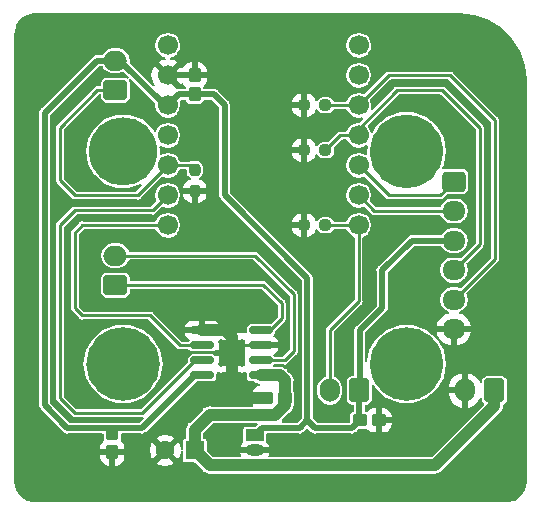
<source format=gbr>
%TF.GenerationSoftware,KiCad,Pcbnew,7.0.8*%
%TF.CreationDate,2023-11-30T10:47:26+09:00*%
%TF.ProjectId,AutoKey,4175746f-4b65-4792-9e6b-696361645f70,rev?*%
%TF.SameCoordinates,PX5f5e100PY44aa200*%
%TF.FileFunction,Copper,L1,Top*%
%TF.FilePolarity,Positive*%
%FSLAX46Y46*%
G04 Gerber Fmt 4.6, Leading zero omitted, Abs format (unit mm)*
G04 Created by KiCad (PCBNEW 7.0.8) date 2023-11-30 10:47:26*
%MOMM*%
%LPD*%
G01*
G04 APERTURE LIST*
G04 Aperture macros list*
%AMRoundRect*
0 Rectangle with rounded corners*
0 $1 Rounding radius*
0 $2 $3 $4 $5 $6 $7 $8 $9 X,Y pos of 4 corners*
0 Add a 4 corners polygon primitive as box body*
4,1,4,$2,$3,$4,$5,$6,$7,$8,$9,$2,$3,0*
0 Add four circle primitives for the rounded corners*
1,1,$1+$1,$2,$3*
1,1,$1+$1,$4,$5*
1,1,$1+$1,$6,$7*
1,1,$1+$1,$8,$9*
0 Add four rect primitives between the rounded corners*
20,1,$1+$1,$2,$3,$4,$5,0*
20,1,$1+$1,$4,$5,$6,$7,0*
20,1,$1+$1,$6,$7,$8,$9,0*
20,1,$1+$1,$8,$9,$2,$3,0*%
G04 Aperture macros list end*
%TA.AperFunction,NonConductor*%
%ADD10C,2.825620*%
%TD*%
%TA.AperFunction,NonConductor*%
%ADD11C,3.100000*%
%TD*%
%TA.AperFunction,NonConductor*%
%ADD12C,0.200000*%
%TD*%
%TA.AperFunction,SMDPad,CuDef*%
%ADD13RoundRect,0.237500X0.250000X0.237500X-0.250000X0.237500X-0.250000X-0.237500X0.250000X-0.237500X0*%
%TD*%
%TA.AperFunction,SMDPad,CuDef*%
%ADD14RoundRect,0.237500X-0.250000X-0.237500X0.250000X-0.237500X0.250000X0.237500X-0.250000X0.237500X0*%
%TD*%
%TA.AperFunction,SMDPad,CuDef*%
%ADD15RoundRect,0.250000X-0.375000X-0.275000X0.375000X-0.275000X0.375000X0.275000X-0.375000X0.275000X0*%
%TD*%
%TA.AperFunction,SMDPad,CuDef*%
%ADD16RoundRect,0.250000X-0.275000X0.375000X-0.275000X-0.375000X0.275000X-0.375000X0.275000X0.375000X0*%
%TD*%
%TA.AperFunction,SMDPad,CuDef*%
%ADD17RoundRect,0.250000X0.275000X-0.375000X0.275000X0.375000X-0.275000X0.375000X-0.275000X-0.375000X0*%
%TD*%
%TA.AperFunction,SMDPad,CuDef*%
%ADD18RoundRect,0.150000X-0.825000X-0.150000X0.825000X-0.150000X0.825000X0.150000X-0.825000X0.150000X0*%
%TD*%
%TA.AperFunction,SMDPad,CuDef*%
%ADD19C,0.500000*%
%TD*%
%TA.AperFunction,SMDPad,CuDef*%
%ADD20R,2.300000X2.300000*%
%TD*%
%TA.AperFunction,SMDPad,CuDef*%
%ADD21RoundRect,0.250000X0.375000X0.275000X-0.375000X0.275000X-0.375000X-0.275000X0.375000X-0.275000X0*%
%TD*%
%TA.AperFunction,SMDPad,CuDef*%
%ADD22RoundRect,0.237500X0.237500X-0.250000X0.237500X0.250000X-0.237500X0.250000X-0.237500X-0.250000X0*%
%TD*%
%TA.AperFunction,ComponentPad*%
%ADD23RoundRect,0.250000X0.750000X-0.600000X0.750000X0.600000X-0.750000X0.600000X-0.750000X-0.600000X0*%
%TD*%
%TA.AperFunction,ComponentPad*%
%ADD24O,2.000000X1.700000*%
%TD*%
%TA.AperFunction,ComponentPad*%
%ADD25C,1.700000*%
%TD*%
%TA.AperFunction,ComponentPad*%
%ADD26R,1.600000X1.600000*%
%TD*%
%TA.AperFunction,ComponentPad*%
%ADD27C,1.600000*%
%TD*%
%TA.AperFunction,ComponentPad*%
%ADD28RoundRect,0.250000X0.600000X0.750000X-0.600000X0.750000X-0.600000X-0.750000X0.600000X-0.750000X0*%
%TD*%
%TA.AperFunction,ComponentPad*%
%ADD29O,1.700000X2.000000*%
%TD*%
%TA.AperFunction,ComponentPad*%
%ADD30R,1.500000X1.050000*%
%TD*%
%TA.AperFunction,ComponentPad*%
%ADD31O,1.500000X1.050000*%
%TD*%
%TA.AperFunction,ComponentPad*%
%ADD32RoundRect,0.250000X-0.725000X0.600000X-0.725000X-0.600000X0.725000X-0.600000X0.725000X0.600000X0*%
%TD*%
%TA.AperFunction,ComponentPad*%
%ADD33O,1.950000X1.700000*%
%TD*%
%TA.AperFunction,Conductor*%
%ADD34C,0.250000*%
%TD*%
%TA.AperFunction,Conductor*%
%ADD35C,1.000000*%
%TD*%
%TA.AperFunction,Conductor*%
%ADD36C,0.500000*%
%TD*%
G04 APERTURE END LIST*
D10*
X10912810Y30000000D02*
G75*
G03*
X10912810Y30000000I-1412810J0D01*
G01*
D11*
X35050000Y12000000D02*
G75*
G03*
X35050000Y12000000I-1550000J0D01*
G01*
D12*
X12300000Y30000000D02*
G75*
G03*
X12300000Y30000000I-2800000J0D01*
G01*
D11*
X35050000Y30000000D02*
G75*
G03*
X35050000Y30000000I-1550000J0D01*
G01*
X11050000Y12000000D02*
G75*
G03*
X11050000Y12000000I-1550000J0D01*
G01*
D13*
%TO.P,R4,1*%
%TO.N,SW1*%
X26642500Y33900000D03*
%TO.P,R4,2*%
%TO.N,GND*%
X24817500Y33900000D03*
%TD*%
D14*
%TO.P,R1,1*%
%TO.N,GND*%
X24817500Y23740000D03*
%TO.P,R1,2*%
%TO.N,Pos_SW1*%
X26642500Y23740000D03*
%TD*%
D15*
%TO.P,C4,1*%
%TO.N,GND*%
X21590000Y9135000D03*
%TO.P,C4,2*%
%TO.N,+6V*%
X23190000Y9135000D03*
%TD*%
D16*
%TO.P,C1,1*%
%TO.N,GND*%
X15570000Y36440000D03*
%TO.P,C1,2*%
%TO.N,+3.3V*%
X15570000Y34840000D03*
%TD*%
D14*
%TO.P,R3,1*%
%TO.N,GND*%
X24817500Y30090000D03*
%TO.P,R3,2*%
%TO.N,SW2*%
X26642500Y30090000D03*
%TD*%
D17*
%TO.P,C3,1*%
%TO.N,GND*%
X8585000Y4525000D03*
%TO.P,C3,2*%
%TO.N,+3.3V*%
X8585000Y6125000D03*
%TD*%
D18*
%TO.P,U2,1,GND*%
%TO.N,GND*%
X16210000Y14850000D03*
%TO.P,U2,2,IN2*%
%TO.N,IN2*%
X16210000Y13580000D03*
%TO.P,U2,3,IN1*%
%TO.N,IN1*%
X16210000Y12310000D03*
%TO.P,U2,4,VREF*%
%TO.N,+3.3V*%
X16210000Y11040000D03*
%TO.P,U2,5,VM*%
%TO.N,+6V*%
X21160000Y11040000D03*
%TO.P,U2,6,OUT1*%
%TO.N,OUT1*%
X21160000Y12310000D03*
%TO.P,U2,7,RS*%
%TO.N,GND*%
X21160000Y13580000D03*
%TO.P,U2,8,OUT2*%
%TO.N,OUT2*%
X21160000Y14850000D03*
D19*
%TO.P,U2,9,PAD*%
%TO.N,GND*%
X17785000Y13845000D03*
X17785000Y12045000D03*
D20*
X18685000Y12945000D03*
X18685000Y12945000D03*
D19*
X19585000Y13845000D03*
X19585000Y12045000D03*
%TD*%
D21*
%TO.P,C5,1*%
%TO.N,GND*%
X31140000Y7230000D03*
%TO.P,C5,2*%
%TO.N,+3.3V*%
X29540000Y7230000D03*
%TD*%
D22*
%TO.P,R2,1*%
%TO.N,GND*%
X15570000Y26637500D03*
%TO.P,R2,2*%
%TO.N,Pos_SW2*%
X15570000Y28462500D03*
%TD*%
D23*
%TO.P,ToMotor1,1,Pin_1*%
%TO.N,OUT2*%
X8860000Y18680000D03*
D24*
%TO.P,ToMotor1,2,Pin_2*%
%TO.N,OUT1*%
X8860000Y21180000D03*
%TD*%
D25*
%TO.P,U1,1,PA02_A0_D0*%
%TO.N,unconnected-(U1-PA02_A0_D0-Pad1)*%
X29445250Y38980000D03*
%TO.P,U1,2,PA4_A1_D1*%
%TO.N,unconnected-(U1-PA4_A1_D1-Pad2)*%
X29445250Y36440000D03*
%TO.P,U1,3,PA10_A2_D2*%
%TO.N,SW1*%
X29445250Y33900000D03*
%TO.P,U1,4,PA11_A3_D3*%
%TO.N,SW2*%
X29445250Y31360000D03*
%TO.P,U1,5,PA8_A4_D4_SDA*%
%TO.N,SDA*%
X29445250Y28820000D03*
%TO.P,U1,6,PA9_A5_D5_SCL*%
%TO.N,SCL*%
X29445250Y26280000D03*
%TO.P,U1,7,PB08_A6_D6_TX*%
%TO.N,Pos_SW1*%
X29445250Y23740000D03*
%TO.P,U1,8,PB09_A7_D7_RX*%
%TO.N,IN2*%
X13280250Y23740000D03*
%TO.P,U1,9,PA7_A8_D8_SCK*%
%TO.N,IN1*%
X13280250Y26280000D03*
%TO.P,U1,10,PA5_A9_D9_MISO*%
%TO.N,Pos_SW2*%
X13280250Y28820000D03*
%TO.P,U1,11,PA6_A10_D10_MOSI*%
%TO.N,unconnected-(U1-PA6_A10_D10_MOSI-Pad11)*%
X13280250Y31360000D03*
%TO.P,U1,12,3V3*%
%TO.N,+3.3V*%
X13280250Y33900000D03*
%TO.P,U1,13,GND*%
%TO.N,GND*%
X13280250Y36440000D03*
%TO.P,U1,14,5V*%
%TO.N,unconnected-(U1-5V-Pad14)*%
X13280250Y38980000D03*
%TD*%
D26*
%TO.P,C2,1*%
%TO.N,+6V*%
X15570000Y4690000D03*
D27*
%TO.P,C2,2*%
%TO.N,GND*%
X13070000Y4690000D03*
%TD*%
D28*
%TO.P,ToPower1,1,Pin_1*%
%TO.N,+6V*%
X40950000Y9770000D03*
D29*
%TO.P,ToPower1,2,Pin_2*%
%TO.N,GND*%
X38450000Y9770000D03*
%TD*%
D23*
%TO.P,ToMotorSensor1,1,Pin_1*%
%TO.N,Pos_SW2*%
X8860000Y35190000D03*
D24*
%TO.P,ToMotorSensor1,2,Pin_2*%
%TO.N,+3.3V*%
X8860000Y37690000D03*
%TD*%
D30*
%TO.P,U3,1,VOUT*%
%TO.N,+3.3V*%
X20650000Y5960000D03*
D31*
%TO.P,U3,2,GND*%
%TO.N,GND*%
X20650000Y4690000D03*
%TO.P,U3,3,VIN*%
%TO.N,+6V*%
X20650000Y3420000D03*
%TD*%
D32*
%TO.P,ToOutSidePCB1,1,Pin_1*%
%TO.N,SDA*%
X37520000Y27450000D03*
D33*
%TO.P,ToOutSidePCB1,2,Pin_2*%
%TO.N,SCL*%
X37520000Y24950000D03*
%TO.P,ToOutSidePCB1,3,Pin_3*%
%TO.N,+3.3V*%
X37520000Y22450000D03*
%TO.P,ToOutSidePCB1,4,Pin_4*%
%TO.N,SW2*%
X37520000Y19950000D03*
%TO.P,ToOutSidePCB1,5,Pin_5*%
%TO.N,SW1*%
X37520000Y17450000D03*
%TO.P,ToOutSidePCB1,6,Pin_6*%
%TO.N,GND*%
X37520000Y14950000D03*
%TD*%
D28*
%TO.P,ToKeySensor1,1,Pin_1*%
%TO.N,+3.3V*%
X29500000Y9770000D03*
D29*
%TO.P,ToKeySensor1,2,Pin_2*%
%TO.N,Pos_SW1*%
X27000000Y9770000D03*
%TD*%
D34*
%TO.N,OUT2*%
X21920000Y14850000D02*
X21160000Y14850000D01*
X22936000Y15866000D02*
X21920000Y14850000D01*
X21392000Y18680000D02*
X22936000Y17136000D01*
X22936000Y17136000D02*
X22936000Y15866000D01*
X8860000Y18680000D02*
X21392000Y18680000D01*
D35*
%TO.N,GND*%
X16210000Y14850000D02*
X18110000Y14850000D01*
X20015000Y9135000D02*
X21590000Y9135000D01*
D34*
X19320000Y13580000D02*
X18685000Y12945000D01*
D35*
X18685000Y10465000D02*
X20015000Y9135000D01*
X18685000Y14275000D02*
X18685000Y12945000D01*
X18685000Y12945000D02*
X18685000Y10465000D01*
D34*
X21160000Y13580000D02*
X19320000Y13580000D01*
D36*
X15570000Y36440000D02*
X13280250Y36440000D01*
D35*
X18110000Y14850000D02*
X18685000Y14275000D01*
%TO.N,+6V*%
X22390000Y7700000D02*
X23190000Y8500000D01*
X35890000Y3420000D02*
X20650000Y3420000D01*
X40950000Y9770000D02*
X40950000Y8480000D01*
X22810000Y11040000D02*
X21160000Y11040000D01*
X16840000Y7700000D02*
X22390000Y7700000D01*
X15570000Y4690000D02*
X15570000Y6430000D01*
X20650000Y3420000D02*
X16840000Y3420000D01*
X23190000Y8500000D02*
X23190000Y10660000D01*
X23190000Y10660000D02*
X22810000Y11040000D01*
X15570000Y6430000D02*
X16840000Y7700000D01*
X16840000Y3420000D02*
X15570000Y4690000D01*
X40950000Y8480000D02*
X35890000Y3420000D01*
D34*
X21160000Y11040000D02*
X21920000Y11040000D01*
D36*
%TO.N,+3.3V*%
X25095000Y19295000D02*
X25095000Y7230000D01*
X21285000Y6595000D02*
X20650000Y5960000D01*
X24460000Y6595000D02*
X21285000Y6595000D01*
X7295000Y37690000D02*
X2870000Y33265000D01*
X4775000Y6595000D02*
X11125000Y6595000D01*
X2870000Y8500000D02*
X4775000Y6595000D01*
X31445000Y19930000D02*
X33965000Y22450000D01*
D34*
X13030000Y33900000D02*
X13280250Y33900000D01*
D36*
X18110000Y33900000D02*
X18110000Y26280000D01*
X29500000Y7270000D02*
X29500000Y9770000D01*
X17170000Y34840000D02*
X18110000Y33900000D01*
X25095000Y7230000D02*
X24460000Y6595000D01*
D34*
X29540000Y7230000D02*
X29500000Y7270000D01*
D36*
X29540000Y9810000D02*
X29540000Y14850000D01*
X8860000Y37690000D02*
X7295000Y37690000D01*
X11125000Y6595000D02*
X15570000Y11040000D01*
X25095000Y7230000D02*
X25730000Y6595000D01*
X2870000Y33265000D02*
X2870000Y8500000D01*
X29540000Y14850000D02*
X31445000Y16755000D01*
D34*
X8860000Y37690000D02*
X9240000Y37690000D01*
D36*
X18110000Y26280000D02*
X25095000Y19295000D01*
X14220250Y34840000D02*
X15570000Y34840000D01*
X15570000Y34840000D02*
X17170000Y34840000D01*
X13280250Y33900000D02*
X14220250Y34840000D01*
D34*
X15570000Y11040000D02*
X16210000Y11040000D01*
D36*
X9240000Y37690000D02*
X13030000Y33900000D01*
D34*
X16210000Y11100000D02*
X15833248Y11100000D01*
D36*
X25730000Y6595000D02*
X28905000Y6595000D01*
X28905000Y6595000D02*
X29540000Y7230000D01*
X31445000Y16755000D02*
X31445000Y19930000D01*
X29500000Y9770000D02*
X29540000Y9810000D01*
X33965000Y22450000D02*
X37520000Y22450000D01*
D34*
%TO.N,Pos_SW1*%
X29445250Y17295250D02*
X29445250Y23740000D01*
X27000000Y14850000D02*
X29445250Y17295250D01*
X27000000Y9770000D02*
X27000000Y14850000D01*
X29445250Y23740000D02*
X26642500Y23740000D01*
%TO.N,Pos_SW2*%
X15212500Y28820000D02*
X15570000Y28462500D01*
X10740250Y26280000D02*
X13280250Y28820000D01*
X8860000Y35190000D02*
X7335000Y35190000D01*
X5410000Y26280000D02*
X10740250Y26280000D01*
X13280250Y28820000D02*
X15212500Y28820000D01*
X4140000Y31995000D02*
X4140000Y27550000D01*
X7335000Y35190000D02*
X4140000Y31995000D01*
X4140000Y27550000D02*
X5410000Y26280000D01*
%TO.N,SW1*%
X40970000Y32630000D02*
X37160000Y36440000D01*
X37160000Y36440000D02*
X31985250Y36440000D01*
X37520000Y17450000D02*
X40970000Y20900000D01*
X29445250Y33900000D02*
X26642500Y33900000D01*
X40970000Y20900000D02*
X40970000Y32630000D01*
X31985250Y36440000D02*
X29445250Y33900000D01*
%TO.N,SW2*%
X29445250Y31900250D02*
X32715000Y35170000D01*
X39700000Y31995000D02*
X39700000Y22130000D01*
X36525000Y35170000D02*
X39700000Y31995000D01*
X32715000Y35170000D02*
X36525000Y35170000D01*
X39700000Y22130000D02*
X37520000Y19950000D01*
X29445250Y31360000D02*
X27912500Y31360000D01*
X27912500Y31360000D02*
X26642500Y30090000D01*
X29445250Y31360000D02*
X29445250Y31900250D01*
%TO.N,OUT1*%
X8860000Y21180000D02*
X20670000Y21180000D01*
X21920000Y12430000D02*
X21220000Y12430000D01*
X20670000Y21180000D02*
X23950000Y17900000D01*
X23190000Y12310000D02*
X21160000Y12310000D01*
X23950000Y13070000D02*
X23190000Y12310000D01*
X23950000Y17900000D02*
X23950000Y13070000D01*
X21220000Y12430000D02*
X21160000Y12370000D01*
%TO.N,SCL*%
X30775250Y24950000D02*
X29445250Y26280000D01*
X37520000Y24950000D02*
X30775250Y24950000D01*
%TO.N,SDA*%
X37520000Y27450000D02*
X36350000Y26280000D01*
X31985250Y26280000D02*
X29445250Y28820000D01*
X36350000Y26280000D02*
X31985250Y26280000D01*
%TO.N,IN1*%
X12010250Y25010000D02*
X13280250Y26280000D01*
X15570000Y12310000D02*
X11125000Y7865000D01*
X4140000Y23740000D02*
X5410000Y25010000D01*
X5410000Y25010000D02*
X12010250Y25010000D01*
X4140000Y9135000D02*
X4140000Y23740000D01*
X5410000Y7865000D02*
X4140000Y9135000D01*
X11125000Y7865000D02*
X5410000Y7865000D01*
X16210000Y12310000D02*
X15570000Y12310000D01*
%TO.N,IN2*%
X14300000Y13580000D02*
X16210000Y13580000D01*
X6045000Y23740000D02*
X5410000Y23105000D01*
X13030000Y23740000D02*
X6045000Y23740000D01*
X11760000Y16120000D02*
X14300000Y13580000D01*
X5410000Y16755000D02*
X6045000Y16120000D01*
X6045000Y16120000D02*
X11760000Y16120000D01*
X5410000Y23105000D02*
X5410000Y16755000D01*
%TD*%
%TA.AperFunction,Conductor*%
%TO.N,GND*%
G36*
X20883393Y6970504D02*
G01*
X20912389Y6900500D01*
X20883393Y6830497D01*
X20767394Y6714497D01*
X20697390Y6685500D01*
X19880252Y6685500D01*
X19880251Y6685500D01*
X19880241Y6685499D01*
X19821772Y6673868D01*
X19821766Y6673866D01*
X19755451Y6629555D01*
X19755445Y6629549D01*
X19711134Y6563234D01*
X19711132Y6563228D01*
X19699501Y6504759D01*
X19699500Y6504747D01*
X19699500Y5479196D01*
X19682816Y5424195D01*
X19459472Y5089938D01*
X19459471Y5089936D01*
X19429646Y4940000D01*
X20320596Y4940000D01*
X20217043Y4690000D01*
X20320596Y4440000D01*
X19429647Y4440000D01*
X19459471Y4290065D01*
X19469870Y4274503D01*
X19484653Y4200188D01*
X19442558Y4137185D01*
X19387555Y4120500D01*
X17171165Y4120500D01*
X17101161Y4149496D01*
X16599496Y4651161D01*
X16570500Y4721165D01*
X16570500Y5509747D01*
X16570498Y5509759D01*
X16562243Y5551259D01*
X16558867Y5568231D01*
X16514552Y5634552D01*
X16514548Y5634555D01*
X16448233Y5678866D01*
X16448231Y5678867D01*
X16448228Y5678868D01*
X16448227Y5678868D01*
X16389758Y5690499D01*
X16389748Y5690500D01*
X16389747Y5690500D01*
X16369500Y5690500D01*
X16299496Y5719496D01*
X16270500Y5789500D01*
X16270500Y6098835D01*
X16299496Y6168839D01*
X17101161Y6970504D01*
X17171165Y6999500D01*
X20813389Y6999500D01*
X20883393Y6970504D01*
G37*
%TD.AperFunction*%
%TA.AperFunction,Conductor*%
G36*
X14395159Y35678645D02*
G01*
X14440832Y35747000D01*
X14503833Y35789097D01*
X14578149Y35774315D01*
X14605464Y35747000D01*
X14754279Y35524282D01*
X14754284Y35524277D01*
X14825424Y35476744D01*
X14867521Y35413743D01*
X14867523Y35375119D01*
X14866543Y35370191D01*
X14824449Y35307187D01*
X14769444Y35290500D01*
X14329553Y35290500D01*
X14291667Y35298036D01*
X14258230Y35311886D01*
X14220250Y35327618D01*
X14220249Y35327618D01*
X14153256Y35299869D01*
X14077485Y35299869D01*
X14045367Y35321329D01*
X13412933Y35953764D01*
X13662933Y36057317D01*
X13766486Y36307318D01*
X14395159Y35678645D01*
G37*
%TD.AperFunction*%
%TA.AperFunction,Conductor*%
G36*
X38002760Y41699189D02*
G01*
X39257179Y41557851D01*
X39278787Y41552918D01*
X40462389Y41138757D01*
X40482362Y41129139D01*
X41544133Y40461985D01*
X41561466Y40448163D01*
X42448162Y39561467D01*
X42461984Y39544134D01*
X43129138Y38482363D01*
X43138756Y38462390D01*
X43552916Y37278791D01*
X43557850Y37257178D01*
X43619514Y36709896D01*
X43698115Y36012288D01*
X43699189Y36002761D01*
X43699500Y35997215D01*
X43699500Y2009753D01*
X43697598Y1990439D01*
X43573974Y1368944D01*
X43559192Y1333257D01*
X43212668Y814647D01*
X43185353Y787332D01*
X42666743Y440808D01*
X42631056Y426026D01*
X42009562Y302402D01*
X41990248Y300500D01*
X2009752Y300500D01*
X1990438Y302402D01*
X1368943Y426026D01*
X1333256Y440808D01*
X814646Y787332D01*
X787331Y814647D01*
X440807Y1333257D01*
X426025Y1368944D01*
X372976Y1635637D01*
X302402Y1990439D01*
X300500Y2009753D01*
X300500Y4076132D01*
X7560000Y4076132D01*
X7603516Y3857365D01*
X7603517Y3857363D01*
X7769279Y3609282D01*
X7769281Y3609280D01*
X8017362Y3443518D01*
X8017364Y3443517D01*
X8236131Y3400001D01*
X8236135Y3400000D01*
X8334999Y3400000D01*
X8335000Y3400001D01*
X8835000Y3400001D01*
X8835001Y3400000D01*
X8933865Y3400000D01*
X8933868Y3400001D01*
X9152635Y3443517D01*
X9152637Y3443518D01*
X9400718Y3609280D01*
X9400720Y3609282D01*
X9566482Y3857363D01*
X9566483Y3857365D01*
X9609999Y4076132D01*
X9610000Y4076136D01*
X9610000Y4274999D01*
X9609999Y4275000D01*
X8835001Y4275000D01*
X8835000Y4274999D01*
X8835000Y3400001D01*
X8335000Y3400001D01*
X8335000Y4274999D01*
X8334999Y4275000D01*
X7560001Y4275000D01*
X7560000Y4274999D01*
X7560000Y4076132D01*
X300500Y4076132D01*
X300500Y8500000D01*
X2382382Y8500000D01*
X2419500Y8410390D01*
X2419500Y8410389D01*
X2525202Y8155202D01*
X2594705Y8126413D01*
X2596617Y8125621D01*
X2628736Y8104161D01*
X4379159Y6353738D01*
X4400619Y6321620D01*
X4405907Y6308855D01*
X4430202Y6250202D01*
X4626630Y6168839D01*
X4685389Y6144500D01*
X4774999Y6107382D01*
X4774999Y6107383D01*
X4775000Y6107382D01*
X4846417Y6136965D01*
X4884303Y6144500D01*
X7760500Y6144500D01*
X7830504Y6115504D01*
X7859500Y6045500D01*
X7859500Y5705633D01*
X7859501Y5705626D01*
X7882522Y5589887D01*
X7867739Y5515572D01*
X7840426Y5488259D01*
X7769283Y5440723D01*
X7769279Y5440719D01*
X7603517Y5192638D01*
X7603516Y5192636D01*
X7560000Y4973869D01*
X7560000Y4775001D01*
X7560001Y4775000D01*
X9609999Y4775000D01*
X9610000Y4775001D01*
X9610000Y4973865D01*
X9609999Y4973869D01*
X9566483Y5192636D01*
X9566482Y5192638D01*
X9400718Y5440722D01*
X9329574Y5488258D01*
X9287477Y5551259D01*
X9287477Y5589885D01*
X9310500Y5705629D01*
X9310499Y6045501D01*
X9339495Y6115503D01*
X9409499Y6144500D01*
X11015697Y6144500D01*
X11053582Y6136965D01*
X11125000Y6107382D01*
X11380187Y6213084D01*
X11380186Y6213084D01*
X11469798Y6250202D01*
X11499380Y6321621D01*
X11520836Y6353735D01*
X15677607Y10510505D01*
X15747611Y10539501D01*
X17069520Y10539501D01*
X17069522Y10539501D01*
X17171758Y10559836D01*
X17287697Y10637303D01*
X17365164Y10753242D01*
X17385500Y10855477D01*
X17385499Y11196001D01*
X17414495Y11266003D01*
X17484499Y11295000D01*
X17701382Y11295000D01*
X17720696Y11293098D01*
X17785000Y11280308D01*
X17849304Y11293098D01*
X17868618Y11295000D01*
X18434999Y11295000D01*
X18435000Y11295001D01*
X18435000Y12694999D01*
X18434999Y12695000D01*
X17344214Y12695000D01*
X17289213Y12711684D01*
X17171760Y12790163D01*
X17171759Y12790164D01*
X17171758Y12790164D01*
X17069523Y12810500D01*
X17069522Y12810500D01*
X15350480Y12810500D01*
X15350473Y12810499D01*
X15248242Y12790165D01*
X15248241Y12790164D01*
X15132304Y12712699D01*
X15132301Y12712696D01*
X15054837Y12596761D01*
X15054837Y12596760D01*
X15054836Y12596758D01*
X15039549Y12519910D01*
X15034500Y12494524D01*
X15034500Y12275835D01*
X15005504Y12205831D01*
X11019170Y8219496D01*
X10949166Y8190500D01*
X5585834Y8190500D01*
X5515830Y8219496D01*
X4494496Y9240830D01*
X4465500Y9310834D01*
X4465500Y12000000D01*
X6148584Y12000000D01*
X6350698Y10853750D01*
X6350698Y10853749D01*
X6350699Y10853748D01*
X6932665Y9845752D01*
X6932667Y9845750D01*
X7803121Y9115353D01*
X7824292Y9097589D01*
X8918033Y8699500D01*
X8918034Y8699500D01*
X10081966Y8699500D01*
X10081967Y8699500D01*
X11175708Y9097589D01*
X12067334Y9845751D01*
X12649301Y10853748D01*
X12851416Y12000000D01*
X12649301Y13146252D01*
X12067334Y14154249D01*
X12014449Y14198625D01*
X11175711Y14902409D01*
X11175709Y14902410D01*
X11175708Y14902411D01*
X10081967Y15300500D01*
X8918033Y15300500D01*
X7824292Y14902411D01*
X7824291Y14902411D01*
X7824290Y14902410D01*
X7824288Y14902409D01*
X6932667Y14154251D01*
X6350698Y13146251D01*
X6148584Y12000000D01*
X4465500Y12000000D01*
X4465500Y16755000D01*
X5057681Y16755000D01*
X5084500Y16690254D01*
X5084500Y16690253D01*
X5160873Y16505873D01*
X5206765Y16486864D01*
X5207424Y16486591D01*
X5239543Y16465131D01*
X5755130Y15949543D01*
X5776589Y15917427D01*
X5795873Y15870873D01*
X5851606Y15847788D01*
X5851618Y15847781D01*
X6044999Y15767681D01*
X6045000Y15767681D01*
X6091553Y15786965D01*
X6129439Y15794500D01*
X11584166Y15794500D01*
X11654169Y15765505D01*
X12833222Y14586451D01*
X14010130Y13409543D01*
X14031589Y13377427D01*
X14050873Y13330873D01*
X14106611Y13307786D01*
X14106614Y13307784D01*
X14115618Y13304055D01*
X14115619Y13304054D01*
X14141722Y13293242D01*
X14235253Y13254500D01*
X14235255Y13254500D01*
X14300000Y13227682D01*
X14346552Y13246965D01*
X14384436Y13254500D01*
X15027805Y13254500D01*
X15097809Y13225504D01*
X15110120Y13210502D01*
X15132303Y13177303D01*
X15248242Y13099836D01*
X15350477Y13079500D01*
X17069522Y13079501D01*
X17171758Y13099836D01*
X17287697Y13177303D01*
X17287697Y13177304D01*
X17289213Y13178316D01*
X17344214Y13195000D01*
X18434999Y13195000D01*
X18435000Y13195001D01*
X18435000Y14594999D01*
X18434999Y14595000D01*
X17868618Y14595000D01*
X17849304Y14596902D01*
X17784999Y14609693D01*
X17744241Y14601586D01*
X17724669Y14605480D01*
X17724669Y14600000D01*
X14742157Y14600000D01*
X14772715Y14446382D01*
X14772715Y14446381D01*
X14916375Y14231378D01*
X14916377Y14231376D01*
X15098214Y14109877D01*
X15140311Y14046875D01*
X15125530Y13972562D01*
X15110122Y13949501D01*
X15047121Y13907403D01*
X15027805Y13905500D01*
X14475835Y13905500D01*
X14405831Y13934496D01*
X13240327Y15100000D01*
X14742157Y15100000D01*
X15959999Y15100000D01*
X15960000Y15100001D01*
X16460000Y15100001D01*
X16460001Y15100000D01*
X17677842Y15100000D01*
X17647284Y15253619D01*
X17647284Y15253620D01*
X17503624Y15468623D01*
X17503622Y15468625D01*
X17288619Y15612285D01*
X17099018Y15650000D01*
X16460001Y15650000D01*
X16460000Y15649999D01*
X16460000Y15100001D01*
X15960000Y15100001D01*
X15960000Y15649999D01*
X15959999Y15650000D01*
X15320981Y15650000D01*
X15131381Y15612285D01*
X15131380Y15612285D01*
X14916377Y15468625D01*
X14916375Y15468623D01*
X14772715Y15253620D01*
X14772715Y15253619D01*
X14742157Y15100000D01*
X13240327Y15100000D01*
X12049869Y16290457D01*
X12028409Y16322576D01*
X12009127Y16369126D01*
X12009127Y16369127D01*
X11935800Y16399500D01*
X11824747Y16445500D01*
X11760000Y16472319D01*
X11731351Y16460452D01*
X11713447Y16453036D01*
X11675561Y16445500D01*
X6220835Y16445500D01*
X6150831Y16474496D01*
X5764496Y16860831D01*
X5735500Y16930835D01*
X5735500Y22929167D01*
X5764495Y22999170D01*
X6150831Y23385504D01*
X6220834Y23414500D01*
X12192667Y23414500D01*
X12262671Y23385504D01*
X12289765Y23334815D01*
X12290700Y23330114D01*
X12290700Y23330112D01*
X12522877Y22982636D01*
X12522878Y22982635D01*
X12522881Y22982631D01*
X12522884Y22982629D01*
X12522885Y22982628D01*
X12870361Y22750451D01*
X12870364Y22750450D01*
X12938368Y22736924D01*
X13280250Y22668919D01*
X13690135Y22750450D01*
X13690138Y22750451D01*
X13980549Y22944498D01*
X14037619Y22982631D01*
X14109304Y23089915D01*
X14269799Y23330112D01*
X14269800Y23330115D01*
X14270735Y23334818D01*
X14351331Y23740000D01*
X14271528Y24141200D01*
X14269800Y24149886D01*
X14269799Y24149889D01*
X14037622Y24497365D01*
X14037621Y24497366D01*
X14037619Y24497369D01*
X14037615Y24497372D01*
X14037614Y24497373D01*
X13690138Y24729550D01*
X13690135Y24729551D01*
X13280250Y24811081D01*
X12870364Y24729551D01*
X12870361Y24729550D01*
X12522885Y24497373D01*
X12522877Y24497365D01*
X12290700Y24149889D01*
X12290700Y24149887D01*
X12289765Y24145185D01*
X12287102Y24141200D01*
X12286968Y24140876D01*
X12286903Y24140903D01*
X12247668Y24082184D01*
X12192667Y24065500D01*
X6129439Y24065500D01*
X6091553Y24073036D01*
X6063321Y24084730D01*
X6045000Y24092319D01*
X6044999Y24092319D01*
X5860617Y24015946D01*
X5795874Y23989128D01*
X5795871Y23989125D01*
X5776589Y23942575D01*
X5755130Y23910459D01*
X5239543Y23394871D01*
X5207426Y23373412D01*
X5160874Y23354129D01*
X5160873Y23354129D01*
X5103137Y23214740D01*
X5091531Y23186720D01*
X5057681Y23105000D01*
X5076964Y23058446D01*
X5084500Y23020562D01*
X5084500Y16839440D01*
X5076964Y16801555D01*
X5057681Y16755001D01*
X5057681Y16755000D01*
X4465500Y16755000D01*
X4465500Y23564166D01*
X4494496Y23634170D01*
X5515830Y24655504D01*
X5585834Y24684500D01*
X11925811Y24684500D01*
X11963696Y24676965D01*
X12010250Y24657681D01*
X12114525Y24700873D01*
X12148630Y24715000D01*
X12259377Y24760873D01*
X12278660Y24807430D01*
X12300116Y24839542D01*
X12741376Y25280802D01*
X12811379Y25309797D01*
X12866382Y25293111D01*
X12870360Y25290453D01*
X12870361Y25290453D01*
X12870365Y25290450D01*
X13280250Y25208919D01*
X13690135Y25290450D01*
X13690138Y25290451D01*
X13949574Y25463802D01*
X14037619Y25522631D01*
X14122725Y25650001D01*
X14269799Y25870112D01*
X14269800Y25870115D01*
X14275363Y25898084D01*
X14351331Y26280000D01*
X14344396Y26314864D01*
X14595001Y26314864D01*
X14637790Y26099743D01*
X14800791Y25855794D01*
X14800793Y25855792D01*
X15044739Y25692793D01*
X15044741Y25692792D01*
X15259863Y25650001D01*
X15259864Y25650001D01*
X15319999Y25650002D01*
X15320000Y25650002D01*
X15820000Y25650002D01*
X15820001Y25650001D01*
X15880133Y25650001D01*
X15880136Y25650002D01*
X16095257Y25692791D01*
X16339206Y25855792D01*
X16339208Y25855794D01*
X16502207Y26099740D01*
X16502208Y26099742D01*
X16544999Y26314863D01*
X16545000Y26314867D01*
X16545000Y26387499D01*
X16544999Y26387500D01*
X15820001Y26387500D01*
X15820000Y26387499D01*
X15820000Y25650002D01*
X15320000Y25650002D01*
X15320000Y26387499D01*
X15319999Y26387500D01*
X14595002Y26387500D01*
X14595001Y26387499D01*
X14595001Y26314864D01*
X14344396Y26314864D01*
X14269800Y26689885D01*
X14269800Y26689886D01*
X14269799Y26689889D01*
X14037622Y27037365D01*
X14037621Y27037366D01*
X14037619Y27037369D01*
X14037615Y27037372D01*
X14037614Y27037373D01*
X13690138Y27269550D01*
X13690135Y27269551D01*
X13280250Y27351081D01*
X12870364Y27269551D01*
X12870361Y27269550D01*
X12522885Y27037373D01*
X12522877Y27037365D01*
X12290700Y26689889D01*
X12290699Y26689886D01*
X12209169Y26280000D01*
X12290699Y25870115D01*
X12293361Y25866132D01*
X12294295Y25861435D01*
X12294431Y25861107D01*
X12294365Y25861081D01*
X12308144Y25791816D01*
X12281050Y25741127D01*
X11904421Y25364497D01*
X11834417Y25335500D01*
X5494439Y25335500D01*
X5456553Y25343036D01*
X5437560Y25350903D01*
X5410000Y25362319D01*
X5345253Y25335500D01*
X5160871Y25259127D01*
X5160871Y25259126D01*
X5141588Y25212574D01*
X5120129Y25180457D01*
X3969543Y24029871D01*
X3937426Y24008412D01*
X3890874Y23989129D01*
X3890873Y23989129D01*
X3864055Y23924382D01*
X3864054Y23924380D01*
X3787681Y23740000D01*
X3806964Y23693446D01*
X3814500Y23655562D01*
X3814500Y9219440D01*
X3806964Y9181555D01*
X3787681Y9135001D01*
X3787681Y9135000D01*
X3814500Y9070254D01*
X3814500Y9070253D01*
X3890873Y8885873D01*
X3936765Y8866864D01*
X3937424Y8866591D01*
X3969543Y8845131D01*
X5120129Y7694545D01*
X5141588Y7662429D01*
X5160873Y7615873D01*
X5321425Y7549370D01*
X5345253Y7539500D01*
X5409999Y7512681D01*
X5409999Y7512682D01*
X5410000Y7512681D01*
X5456553Y7531965D01*
X5494439Y7539500D01*
X11040561Y7539500D01*
X11078446Y7531965D01*
X11125000Y7512681D01*
X11144154Y7520615D01*
X11219924Y7520615D01*
X11273503Y7467037D01*
X11273503Y7391266D01*
X11252043Y7359148D01*
X10967393Y7074497D01*
X10897389Y7045500D01*
X5002611Y7045500D01*
X4932607Y7074496D01*
X3349496Y8657607D01*
X3320500Y8727611D01*
X3320500Y33037389D01*
X3349496Y33107393D01*
X7452607Y37210504D01*
X7522611Y37239500D01*
X7694671Y37239500D01*
X7764675Y37210504D01*
X7776986Y37195502D01*
X7836998Y37105688D01*
X7952631Y36932631D01*
X7952634Y36932629D01*
X7952635Y36932628D01*
X8300108Y36700454D01*
X8300113Y36700451D01*
X8300115Y36700450D01*
X8606532Y36639500D01*
X8606533Y36639500D01*
X9113467Y36639500D01*
X9113468Y36639500D01*
X9419885Y36700450D01*
X9455772Y36724430D01*
X9530086Y36739213D01*
X9580778Y36712119D01*
X9957293Y36335604D01*
X9986289Y36265600D01*
X9957293Y36195596D01*
X9887289Y36166600D01*
X9832288Y36183284D01*
X9785775Y36214363D01*
X9785776Y36214363D01*
X9654371Y36240500D01*
X8065632Y36240500D01*
X8065625Y36240499D01*
X7934224Y36214363D01*
X7934223Y36214362D01*
X7785208Y36114794D01*
X7785206Y36114792D01*
X7685637Y35965776D01*
X7659500Y35834374D01*
X7659500Y35614500D01*
X7630504Y35544496D01*
X7560500Y35515500D01*
X7419439Y35515500D01*
X7381553Y35523036D01*
X7335000Y35542319D01*
X7270253Y35515500D01*
X7085871Y35439127D01*
X7085871Y35439126D01*
X7066588Y35392574D01*
X7045129Y35360457D01*
X3969543Y32284871D01*
X3937426Y32263412D01*
X3890874Y32244129D01*
X3890873Y32244129D01*
X3864054Y32179380D01*
X3787681Y31995000D01*
X3806964Y31948446D01*
X3814500Y31910562D01*
X3814500Y27634440D01*
X3806964Y27596555D01*
X3787681Y27550001D01*
X3787681Y27550000D01*
X3814500Y27485254D01*
X3814500Y27485253D01*
X3890873Y27300873D01*
X3936765Y27281864D01*
X3937424Y27281591D01*
X3969543Y27260131D01*
X5120129Y26109545D01*
X5141588Y26077429D01*
X5160873Y26030873D01*
X5225620Y26004054D01*
X5345253Y25954500D01*
X5409999Y25927681D01*
X5409999Y25927682D01*
X5410000Y25927681D01*
X5456553Y25946965D01*
X5494439Y25954500D01*
X10655811Y25954500D01*
X10693696Y25946965D01*
X10740250Y25927681D01*
X10924630Y26004054D01*
X10924629Y26004054D01*
X10989377Y26030873D01*
X11008660Y26077430D01*
X11030118Y26109543D01*
X12741376Y27820802D01*
X12811379Y27849797D01*
X12866382Y27833111D01*
X12870360Y27830453D01*
X12870361Y27830453D01*
X12870365Y27830450D01*
X13280250Y27748919D01*
X13690135Y27830450D01*
X13690138Y27830451D01*
X14006145Y28041601D01*
X14037619Y28062631D01*
X14146629Y28225776D01*
X14269799Y28410112D01*
X14269799Y28410114D01*
X14269798Y28410114D01*
X14269800Y28410115D01*
X14270735Y28414815D01*
X14273397Y28418801D01*
X14273532Y28419124D01*
X14273596Y28419098D01*
X14312832Y28477816D01*
X14367833Y28494500D01*
X14795500Y28494500D01*
X14865504Y28465504D01*
X14894500Y28395500D01*
X14894500Y28169360D01*
X14919913Y28041601D01*
X15016720Y27896720D01*
X15161601Y27799913D01*
X15162263Y27799782D01*
X15162821Y27799408D01*
X15170606Y27796184D01*
X15169964Y27794636D01*
X15225265Y27757688D01*
X15240049Y27683373D01*
X15197955Y27620370D01*
X15162265Y27605586D01*
X15044742Y27582210D01*
X14800793Y27419209D01*
X14800791Y27419207D01*
X14637792Y27175261D01*
X14637791Y27175259D01*
X14595000Y26960138D01*
X14595000Y26887501D01*
X14595001Y26887500D01*
X16544998Y26887500D01*
X16544999Y26887501D01*
X16544999Y26960134D01*
X16544998Y26960137D01*
X16502209Y27175258D01*
X16339208Y27419207D01*
X16339206Y27419209D01*
X16095260Y27582208D01*
X15977734Y27605586D01*
X15914733Y27647683D01*
X15899951Y27721999D01*
X15942048Y27785000D01*
X15977735Y27799782D01*
X15978399Y27799913D01*
X16123280Y27896720D01*
X16220087Y28041601D01*
X16245500Y28169360D01*
X16245500Y28755640D01*
X16220087Y28883399D01*
X16123280Y29028280D01*
X15978399Y29125087D01*
X15850640Y29150500D01*
X15289360Y29150500D01*
X15284868Y29150500D01*
X15246983Y29158036D01*
X15212501Y29172319D01*
X15212500Y29172319D01*
X15177427Y29157791D01*
X15165947Y29153036D01*
X15128061Y29145500D01*
X14367833Y29145500D01*
X14297829Y29174496D01*
X14270735Y29225185D01*
X14270575Y29225989D01*
X14269800Y29229885D01*
X14269799Y29229887D01*
X14269799Y29229889D01*
X14037622Y29577365D01*
X14037621Y29577366D01*
X14037619Y29577369D01*
X14037615Y29577372D01*
X14037614Y29577373D01*
X13690138Y29809550D01*
X13690135Y29809551D01*
X13280250Y29891081D01*
X12870365Y29809551D01*
X12773362Y29744736D01*
X12699046Y29729954D01*
X12636045Y29772051D01*
X12620865Y29844242D01*
X12648330Y30000000D01*
X12648329Y30000003D01*
X12599546Y30276666D01*
X12584887Y30359801D01*
X12601287Y30433774D01*
X12665192Y30474486D01*
X12737383Y30459306D01*
X12870365Y30370450D01*
X13280250Y30288919D01*
X13690135Y30370450D01*
X13690138Y30370451D01*
X13949574Y30543802D01*
X14037619Y30602631D01*
X14129463Y30740085D01*
X14269799Y30950112D01*
X14269800Y30950115D01*
X14270735Y30954815D01*
X14351331Y31360000D01*
X14270735Y31765185D01*
X14269800Y31769886D01*
X14269799Y31769889D01*
X14037622Y32117365D01*
X14037621Y32117366D01*
X14037619Y32117369D01*
X14037615Y32117372D01*
X14037614Y32117373D01*
X13690138Y32349550D01*
X13690135Y32349551D01*
X13280250Y32431081D01*
X12870364Y32349551D01*
X12870361Y32349550D01*
X12522885Y32117373D01*
X12522877Y32117365D01*
X12290703Y31769892D01*
X12290699Y31769883D01*
X12282465Y31728490D01*
X12240368Y31665489D01*
X12166052Y31650709D01*
X12103051Y31692806D01*
X12099639Y31698293D01*
X11911761Y32023708D01*
X11800145Y32117365D01*
X11074168Y32726532D01*
X11074166Y32726533D01*
X11074165Y32726534D01*
X10046702Y33100500D01*
X8953298Y33100500D01*
X7925835Y32726534D01*
X7925834Y32726534D01*
X7925833Y32726533D01*
X7925831Y32726532D01*
X7088240Y32023710D01*
X6541537Y31076791D01*
X6351670Y30000000D01*
X6541537Y28923210D01*
X6541537Y28923209D01*
X6541538Y28923208D01*
X7071177Y28005844D01*
X7088240Y27976291D01*
X7893172Y27300873D01*
X7925835Y27273466D01*
X8953298Y26899500D01*
X8953299Y26899500D01*
X10046701Y26899500D01*
X10046702Y26899500D01*
X10967768Y27234741D01*
X11043465Y27231436D01*
X11094656Y27175571D01*
X11091351Y27099872D01*
X11071630Y27071708D01*
X10634420Y26634497D01*
X10564416Y26605500D01*
X5585834Y26605500D01*
X5515830Y26634496D01*
X4494496Y27655830D01*
X4465500Y27725834D01*
X4465500Y31819166D01*
X4494496Y31889170D01*
X7440830Y34835504D01*
X7510834Y34864500D01*
X7560501Y34864500D01*
X7630505Y34835504D01*
X7659501Y34765500D01*
X7659501Y34545626D01*
X7685637Y34414225D01*
X7685638Y34414224D01*
X7785207Y34265207D01*
X7934224Y34165638D01*
X7934223Y34165638D01*
X7960361Y34160440D01*
X8065629Y34139500D01*
X9654370Y34139501D01*
X9785776Y34165638D01*
X9934793Y34265207D01*
X10034362Y34414224D01*
X10060500Y34545629D01*
X10060499Y35834370D01*
X10034362Y35965776D01*
X10011494Y36000000D01*
X10003284Y36012288D01*
X9988501Y36086604D01*
X10030597Y36149605D01*
X10104913Y36164388D01*
X10155603Y36137294D01*
X12202233Y34090664D01*
X12231229Y34020660D01*
X12229327Y34001347D01*
X12209169Y33900001D01*
X12290699Y33490115D01*
X12290700Y33490112D01*
X12522877Y33142636D01*
X12522878Y33142635D01*
X12522881Y33142631D01*
X12522884Y33142629D01*
X12522885Y33142628D01*
X12870361Y32910451D01*
X12870364Y32910450D01*
X12910785Y32902410D01*
X13280250Y32828919D01*
X13690135Y32910450D01*
X13690138Y32910451D01*
X13974565Y33100500D01*
X14037619Y33142631D01*
X14109304Y33249915D01*
X14269799Y33490112D01*
X14269800Y33490115D01*
X14270735Y33494818D01*
X14351331Y33900000D01*
X14289652Y34210079D01*
X14304434Y34284393D01*
X14316746Y34299394D01*
X14377858Y34360505D01*
X14447860Y34389500D01*
X14769445Y34389500D01*
X14839449Y34360504D01*
X14866543Y34309812D01*
X14870637Y34289226D01*
X14870638Y34289224D01*
X14970207Y34140207D01*
X15119224Y34040638D01*
X15119223Y34040638D01*
X15145361Y34035440D01*
X15250629Y34014500D01*
X15889370Y34014501D01*
X16020776Y34040638D01*
X16169793Y34140207D01*
X16269362Y34289224D01*
X16271392Y34299430D01*
X16273458Y34309815D01*
X16315555Y34372816D01*
X16370556Y34389500D01*
X16942389Y34389500D01*
X17012393Y34360504D01*
X17630504Y33742393D01*
X17659500Y33672389D01*
X17659500Y26389304D01*
X17651964Y26351419D01*
X17622382Y26280001D01*
X17622382Y26280000D01*
X17659500Y26190390D01*
X17758753Y25950770D01*
X17765202Y25935202D01*
X17834705Y25906413D01*
X17836617Y25905621D01*
X17868736Y25884161D01*
X24615504Y19137393D01*
X24644500Y19067389D01*
X24644500Y7457611D01*
X24615504Y7387607D01*
X24302393Y7074496D01*
X24232389Y7045500D01*
X23025277Y7045500D01*
X22955273Y7074496D01*
X22926277Y7144500D01*
X22933813Y7182385D01*
X22976319Y7285007D01*
X22997775Y7317120D01*
X23572880Y7892225D01*
X23604993Y7913681D01*
X23726140Y7963860D01*
X23783856Y8103199D01*
X23948217Y8500000D01*
X23937105Y8526824D01*
X23937105Y8602593D01*
X23946251Y8619705D01*
X23989362Y8684224D01*
X24015500Y8815629D01*
X24015499Y9454370D01*
X23989362Y9585776D01*
X23953264Y9639800D01*
X23907184Y9708766D01*
X23890500Y9763767D01*
X23890500Y10500969D01*
X23898036Y10538855D01*
X23898304Y10539502D01*
X23948216Y10660000D01*
X23819603Y10970500D01*
X23780125Y11065809D01*
X23780122Y11065813D01*
X23726140Y11196140D01*
X23657620Y11224522D01*
X23604995Y11246320D01*
X23572877Y11267780D01*
X23417778Y11422879D01*
X23396318Y11454998D01*
X23375791Y11504555D01*
X23346140Y11576140D01*
X23242577Y11619037D01*
X22949339Y11740500D01*
X22820092Y11794036D01*
X22812007Y11802120D01*
X22799909Y11794037D01*
X22729723Y11764964D01*
X22688855Y11748036D01*
X22650969Y11740500D01*
X22309901Y11740500D01*
X22239897Y11769496D01*
X22210901Y11839500D01*
X22234901Y11897445D01*
X22232280Y11899196D01*
X22259880Y11940502D01*
X22322881Y11982598D01*
X22342195Y11984500D01*
X22762023Y11984500D01*
X22808412Y11965286D01*
X22820091Y11976964D01*
X22857977Y11984500D01*
X23105561Y11984500D01*
X23143446Y11976965D01*
X23190000Y11957681D01*
X23334853Y12017681D01*
X23439127Y12060873D01*
X23458410Y12107430D01*
X23479866Y12139542D01*
X24120458Y12780134D01*
X24152570Y12801590D01*
X24199127Y12820873D01*
X24275500Y13005253D01*
X24275500Y13005254D01*
X24302319Y13070000D01*
X24298384Y13079501D01*
X24283036Y13116555D01*
X24275500Y13154440D01*
X24275500Y17815564D01*
X24283036Y17853450D01*
X24285703Y17859887D01*
X24302318Y17900000D01*
X24300568Y17904224D01*
X24275500Y17964746D01*
X24246141Y18035626D01*
X24199127Y18149127D01*
X24152573Y18168411D01*
X24120457Y18189870D01*
X20959869Y21350457D01*
X20938409Y21382576D01*
X20919127Y21429126D01*
X20919127Y21429127D01*
X20843504Y21460451D01*
X20734747Y21505500D01*
X20670000Y21532319D01*
X20623447Y21513036D01*
X20585561Y21505500D01*
X10097583Y21505500D01*
X10027579Y21534496D01*
X10000485Y21585185D01*
X10000325Y21585989D01*
X9999550Y21589885D01*
X9999549Y21589887D01*
X9999549Y21589889D01*
X9767372Y21937365D01*
X9767371Y21937366D01*
X9767369Y21937369D01*
X9767365Y21937372D01*
X9767364Y21937373D01*
X9419891Y22169547D01*
X9419886Y22169550D01*
X9113470Y22230500D01*
X9113468Y22230500D01*
X8606532Y22230500D01*
X8606529Y22230500D01*
X8300113Y22169550D01*
X8300108Y22169547D01*
X7952635Y21937373D01*
X7952627Y21937365D01*
X7720450Y21589889D01*
X7720449Y21589886D01*
X7638919Y21180000D01*
X7720449Y20770115D01*
X7720450Y20770112D01*
X7952627Y20422636D01*
X7952628Y20422635D01*
X7952631Y20422631D01*
X7952634Y20422629D01*
X7952635Y20422628D01*
X8300108Y20190454D01*
X8300113Y20190451D01*
X8300115Y20190450D01*
X8606532Y20129500D01*
X8606533Y20129500D01*
X9113467Y20129500D01*
X9113468Y20129500D01*
X9419885Y20190450D01*
X9767369Y20422631D01*
X9861700Y20563807D01*
X9999549Y20770112D01*
X9999549Y20770114D01*
X9999548Y20770114D01*
X9999550Y20770115D01*
X10000485Y20774815D01*
X10003147Y20778801D01*
X10003282Y20779124D01*
X10003346Y20779098D01*
X10042582Y20837816D01*
X10097583Y20854500D01*
X20494166Y20854500D01*
X20564170Y20825504D01*
X23595504Y17794170D01*
X23624500Y17724166D01*
X23624500Y13245834D01*
X23595504Y13175830D01*
X23084170Y12664496D01*
X23014166Y12635500D01*
X22342195Y12635500D01*
X22272191Y12664496D01*
X22259880Y12679498D01*
X22244471Y12702559D01*
X22229688Y12776875D01*
X22271784Y12839876D01*
X22271785Y12839877D01*
X22453622Y12961376D01*
X22453624Y12961378D01*
X22597284Y13176381D01*
X22597284Y13176382D01*
X22627843Y13330000D01*
X21009000Y13330000D01*
X20938996Y13358996D01*
X20910000Y13429000D01*
X20910000Y13731000D01*
X20938996Y13801004D01*
X21009000Y13830000D01*
X22627842Y13830000D01*
X22597284Y13983619D01*
X22597284Y13983620D01*
X22453624Y14198623D01*
X22453622Y14198625D01*
X22271785Y14320124D01*
X22229688Y14383126D01*
X22244469Y14457440D01*
X22315164Y14563242D01*
X22335500Y14665477D01*
X22335499Y14764167D01*
X22364495Y14834170D01*
X23106458Y15576134D01*
X23138570Y15597590D01*
X23185127Y15616873D01*
X23261500Y15801253D01*
X23261500Y15801254D01*
X23288319Y15866000D01*
X23286301Y15870873D01*
X23269036Y15912555D01*
X23261500Y15950440D01*
X23261500Y17051562D01*
X23269035Y17089446D01*
X23288319Y17136000D01*
X23249175Y17230503D01*
X23185127Y17385127D01*
X23138571Y17404412D01*
X23106455Y17425871D01*
X21681869Y18850457D01*
X21660409Y18882576D01*
X21641127Y18929126D01*
X21641127Y18929127D01*
X21565504Y18960451D01*
X21456747Y19005500D01*
X21392000Y19032319D01*
X21345447Y19013036D01*
X21307561Y19005500D01*
X10159499Y19005500D01*
X10089495Y19034496D01*
X10060499Y19104500D01*
X10060499Y19324368D01*
X10060498Y19324375D01*
X10034362Y19455776D01*
X10034361Y19455777D01*
X9971279Y19550187D01*
X9934793Y19604793D01*
X9785776Y19704362D01*
X9785775Y19704363D01*
X9785776Y19704363D01*
X9654371Y19730500D01*
X8065632Y19730500D01*
X8065625Y19730499D01*
X7934224Y19704363D01*
X7934223Y19704362D01*
X7785208Y19604794D01*
X7785206Y19604792D01*
X7685637Y19455776D01*
X7659500Y19324374D01*
X7659500Y18035633D01*
X7659501Y18035626D01*
X7685637Y17904225D01*
X7685638Y17904224D01*
X7785207Y17755207D01*
X7934224Y17655638D01*
X7934223Y17655638D01*
X7960361Y17650440D01*
X8065629Y17629500D01*
X9654370Y17629501D01*
X9785776Y17655638D01*
X9934793Y17755207D01*
X10034362Y17904224D01*
X10060500Y18035629D01*
X10060500Y18255500D01*
X10089496Y18325504D01*
X10159500Y18354500D01*
X21216166Y18354500D01*
X21286170Y18325504D01*
X22581504Y17030170D01*
X22610500Y16960166D01*
X22610500Y16041835D01*
X22581504Y15971831D01*
X21989169Y15379496D01*
X21919165Y15350500D01*
X20300480Y15350500D01*
X20300473Y15350499D01*
X20198242Y15330165D01*
X20198241Y15330164D01*
X20082304Y15252699D01*
X20082301Y15252696D01*
X20004837Y15136761D01*
X20004837Y15136760D01*
X20004836Y15136758D01*
X19984500Y15034523D01*
X19984500Y14850001D01*
X19984501Y14694000D01*
X19955505Y14623997D01*
X19885501Y14595000D01*
X19668618Y14595000D01*
X19649304Y14596902D01*
X19585000Y14609693D01*
X19520696Y14596902D01*
X19501382Y14595000D01*
X18935001Y14595000D01*
X18935000Y14594999D01*
X18935000Y11295001D01*
X18935001Y11295000D01*
X19501382Y11295000D01*
X19520696Y11293098D01*
X19585000Y11280308D01*
X19649304Y11293098D01*
X19668618Y11295000D01*
X19885500Y11295000D01*
X19955504Y11266004D01*
X19984500Y11196000D01*
X19984500Y10855481D01*
X19984501Y10855474D01*
X20004835Y10753243D01*
X20004836Y10753242D01*
X20082301Y10637305D01*
X20082303Y10637303D01*
X20198242Y10559836D01*
X20300477Y10539500D01*
X20547212Y10539501D01*
X20617215Y10510505D01*
X20617216Y10510505D01*
X20623859Y10503862D01*
X20623860Y10503860D01*
X20822260Y10421680D01*
X21020660Y10339500D01*
X21020661Y10339500D01*
X21038377Y10339500D01*
X21108381Y10310504D01*
X21137377Y10240500D01*
X21108381Y10170496D01*
X21057691Y10143402D01*
X20922364Y10116484D01*
X20922362Y10116483D01*
X20674281Y9950721D01*
X20674279Y9950719D01*
X20508517Y9702638D01*
X20508516Y9702636D01*
X20465000Y9483869D01*
X20465000Y9385001D01*
X20465001Y9385000D01*
X21741000Y9385000D01*
X21811004Y9356004D01*
X21840000Y9286000D01*
X21840000Y8984000D01*
X21811004Y8913996D01*
X21741000Y8885000D01*
X20465001Y8885000D01*
X20465000Y8884999D01*
X20465000Y8786132D01*
X20508516Y8567365D01*
X20508518Y8567360D01*
X20517111Y8554500D01*
X20531893Y8480185D01*
X20489795Y8417184D01*
X20434795Y8400500D01*
X16999031Y8400500D01*
X16961145Y8408036D01*
X16955464Y8410389D01*
X16840000Y8458216D01*
X16700661Y8400500D01*
X16303861Y8236141D01*
X16303859Y8236139D01*
X16253680Y8114997D01*
X16232220Y8082879D01*
X15187121Y7037780D01*
X15155003Y7016320D01*
X15033861Y6966141D01*
X15033859Y6966139D01*
X15010866Y6910629D01*
X14985831Y6850187D01*
X14976144Y6826801D01*
X14830633Y6475505D01*
X14811784Y6430000D01*
X14856677Y6321619D01*
X14861964Y6308855D01*
X14869500Y6270969D01*
X14869500Y5789500D01*
X14840504Y5719496D01*
X14770500Y5690500D01*
X14750252Y5690500D01*
X14750251Y5690500D01*
X14750241Y5690499D01*
X14691772Y5678868D01*
X14691766Y5678866D01*
X14625451Y5634555D01*
X14625445Y5634549D01*
X14581134Y5568234D01*
X14581132Y5568228D01*
X14569501Y5509759D01*
X14569500Y5509747D01*
X14569500Y4820251D01*
X14540504Y4750247D01*
X14470500Y4721251D01*
X14400496Y4750247D01*
X14373402Y4800937D01*
X14294572Y5197237D01*
X14294571Y5197239D01*
X14148861Y5415309D01*
X13479699Y4746148D01*
X13376147Y4996147D01*
X13149565Y5090000D01*
X13116444Y5090000D01*
X13795308Y5768864D01*
X13577241Y5914571D01*
X13577236Y5914573D01*
X13069999Y6015469D01*
X12562765Y5914575D01*
X12344691Y5768863D01*
X13023554Y5090000D01*
X12990435Y5090000D01*
X12763853Y4996147D01*
X12660299Y4746147D01*
X11991137Y5415309D01*
X11845425Y5197235D01*
X11744531Y4690001D01*
X11845427Y4182764D01*
X11845429Y4182759D01*
X11991136Y3964693D01*
X12660298Y4633856D01*
X12763853Y4383853D01*
X12990435Y4290000D01*
X13023552Y4290000D01*
X12344691Y3611139D01*
X12562761Y3465429D01*
X12562763Y3465428D01*
X13070000Y3364532D01*
X13577236Y3465428D01*
X13577238Y3465429D01*
X13795307Y3611139D01*
X13116446Y4290000D01*
X13149565Y4290000D01*
X13376147Y4383853D01*
X13479700Y4633854D01*
X14148861Y3964693D01*
X14294571Y4182762D01*
X14294572Y4182764D01*
X14373402Y4579064D01*
X14415499Y4642065D01*
X14489814Y4656848D01*
X14552815Y4614751D01*
X14569500Y4559750D01*
X14569500Y3870254D01*
X14569501Y3870242D01*
X14581132Y3811773D01*
X14581133Y3811769D01*
X14625448Y3745448D01*
X14691769Y3701133D01*
X14736231Y3692289D01*
X14750241Y3689502D01*
X14750246Y3689502D01*
X14750252Y3689500D01*
X15538835Y3689500D01*
X15608839Y3660504D01*
X16232220Y3037123D01*
X16253680Y3005005D01*
X16303859Y2883862D01*
X16303860Y2883860D01*
X16434188Y2829877D01*
X16434193Y2829874D01*
X16598676Y2761744D01*
X16840000Y2661784D01*
X16961145Y2711965D01*
X16999031Y2719500D01*
X20218110Y2719500D01*
X20237424Y2717598D01*
X20353546Y2694500D01*
X20353547Y2694500D01*
X20946453Y2694500D01*
X20946454Y2694500D01*
X21062576Y2717598D01*
X21081890Y2719500D01*
X35730969Y2719500D01*
X35768854Y2711965D01*
X35890000Y2661784D01*
X35890001Y2661784D01*
X36314473Y2837606D01*
X36314500Y2837619D01*
X36426140Y2883860D01*
X36476320Y3005009D01*
X36497775Y3037121D01*
X41332878Y7872224D01*
X41364992Y7893680D01*
X41486140Y7943860D01*
X41631113Y8293856D01*
X41708217Y8480000D01*
X41705598Y8486321D01*
X41705598Y8562089D01*
X41742059Y8606519D01*
X41874793Y8695207D01*
X41974362Y8844224D01*
X42000500Y8975629D01*
X42000499Y10564370D01*
X41974362Y10695776D01*
X41874793Y10844793D01*
X41725776Y10944362D01*
X41725775Y10944363D01*
X41725776Y10944363D01*
X41594371Y10970500D01*
X40305632Y10970500D01*
X40305625Y10970499D01*
X40174224Y10944363D01*
X40174223Y10944362D01*
X40025208Y10844794D01*
X40025206Y10844792D01*
X39925637Y10695776D01*
X39899500Y10564374D01*
X39899500Y10506966D01*
X39870504Y10436962D01*
X39800500Y10407966D01*
X39730496Y10436962D01*
X39718185Y10451964D01*
X39423297Y10893294D01*
X39423291Y10893300D01*
X38976750Y11191669D01*
X38976745Y11191672D01*
X38700000Y11246720D01*
X38700000Y10207643D01*
X38549456Y10270000D01*
X38350544Y10270000D01*
X38200000Y10207643D01*
X38200000Y11246720D01*
X37923254Y11191672D01*
X37923249Y11191669D01*
X37476708Y10893300D01*
X37476700Y10893292D01*
X37178331Y10446751D01*
X37178328Y10446746D01*
X37100000Y10052966D01*
X37100000Y10020001D01*
X37100001Y10020000D01*
X38012358Y10020000D01*
X37908804Y9770000D01*
X38012358Y9520000D01*
X37100001Y9520000D01*
X37100000Y9519999D01*
X37100000Y9487035D01*
X37178328Y9093255D01*
X37178331Y9093250D01*
X37476700Y8646709D01*
X37476708Y8646701D01*
X37923252Y8348329D01*
X37923256Y8348328D01*
X38199999Y8293282D01*
X38200000Y8293282D01*
X38200000Y9332358D01*
X38350544Y9270000D01*
X38549456Y9270000D01*
X38700000Y9332358D01*
X38700000Y8293282D01*
X38976743Y8348328D01*
X38976747Y8348329D01*
X39423291Y8646701D01*
X39423296Y8646706D01*
X39718184Y9088038D01*
X39781186Y9130135D01*
X39855501Y9115353D01*
X39897598Y9052351D01*
X39899500Y9033039D01*
X39899500Y8975633D01*
X39899501Y8975626D01*
X39925637Y8844225D01*
X39925638Y8844224D01*
X40025207Y8695207D01*
X40029877Y8690537D01*
X40058870Y8620532D01*
X40029874Y8550532D01*
X35628839Y4149496D01*
X35558835Y4120500D01*
X21912445Y4120500D01*
X21842441Y4149496D01*
X21813445Y4219500D01*
X21830130Y4274503D01*
X21840528Y4290065D01*
X21870353Y4440000D01*
X20979404Y4440000D01*
X21082957Y4690000D01*
X20979404Y4940000D01*
X21870353Y4940000D01*
X21840528Y5089936D01*
X21840527Y5089938D01*
X21617184Y5424195D01*
X21600500Y5479196D01*
X21600500Y6045500D01*
X21629496Y6115504D01*
X21699500Y6144500D01*
X24350697Y6144500D01*
X24388582Y6136965D01*
X24460000Y6107382D01*
X24715187Y6213084D01*
X24715186Y6213084D01*
X24804798Y6250202D01*
X24834381Y6321625D01*
X24855837Y6353736D01*
X25024997Y6522895D01*
X25094999Y6551890D01*
X25165003Y6522894D01*
X25334159Y6353738D01*
X25355619Y6321620D01*
X25360907Y6308855D01*
X25385202Y6250202D01*
X25581630Y6168839D01*
X25640389Y6144500D01*
X25729999Y6107382D01*
X25729999Y6107383D01*
X25730000Y6107382D01*
X25801417Y6136965D01*
X25839303Y6144500D01*
X28795697Y6144500D01*
X28833582Y6136965D01*
X28905000Y6107382D01*
X29160187Y6213084D01*
X29160186Y6213084D01*
X29249798Y6250202D01*
X29279380Y6321621D01*
X29300840Y6353738D01*
X29422608Y6475505D01*
X29492611Y6504501D01*
X29959368Y6504501D01*
X29959370Y6504501D01*
X30075113Y6527523D01*
X30149428Y6512740D01*
X30176742Y6485426D01*
X30224278Y6414282D01*
X30472362Y6248518D01*
X30472364Y6248517D01*
X30691131Y6205001D01*
X30691135Y6205000D01*
X30889999Y6205000D01*
X30890000Y6205001D01*
X31390000Y6205001D01*
X31390001Y6205000D01*
X31588865Y6205000D01*
X31588868Y6205001D01*
X31807635Y6248517D01*
X31807637Y6248518D01*
X32055718Y6414280D01*
X32055720Y6414282D01*
X32221482Y6662363D01*
X32221483Y6662365D01*
X32264999Y6881132D01*
X32265000Y6881136D01*
X32265000Y6979999D01*
X32264999Y6980000D01*
X31390001Y6980000D01*
X31390000Y6979999D01*
X31390000Y6205001D01*
X30890000Y6205001D01*
X30890000Y7480001D01*
X31390000Y7480001D01*
X31390001Y7480000D01*
X32264999Y7480000D01*
X32265000Y7480001D01*
X32265000Y7578865D01*
X32264999Y7578869D01*
X32221483Y7797636D01*
X32221482Y7797638D01*
X32055720Y8045719D01*
X32055718Y8045721D01*
X31807637Y8211483D01*
X31807635Y8211484D01*
X31588868Y8255000D01*
X31390001Y8255000D01*
X31390000Y8254999D01*
X31390000Y7480001D01*
X30890000Y7480001D01*
X30890000Y8254999D01*
X30889999Y8255000D01*
X30691131Y8255000D01*
X30472364Y8211484D01*
X30472362Y8211483D01*
X30224281Y8045721D01*
X30224277Y8045717D01*
X30176741Y7974574D01*
X30113739Y7932478D01*
X30075111Y7932479D01*
X30030185Y7941416D01*
X29967184Y7983513D01*
X29950500Y8038513D01*
X29950500Y8470501D01*
X29979496Y8540505D01*
X30049500Y8569501D01*
X30144368Y8569501D01*
X30144370Y8569501D01*
X30275776Y8595638D01*
X30424793Y8695207D01*
X30524362Y8844224D01*
X30550500Y8975629D01*
X30550499Y10138211D01*
X30579495Y10208214D01*
X30649499Y10237210D01*
X30719503Y10208214D01*
X30735235Y10187710D01*
X30932665Y9845752D01*
X31803121Y9115353D01*
X31824292Y9097589D01*
X32918033Y8699500D01*
X32918034Y8699500D01*
X34081966Y8699500D01*
X34081967Y8699500D01*
X35175708Y9097589D01*
X36067334Y9845751D01*
X36649301Y10853748D01*
X36851416Y12000000D01*
X36649301Y13146252D01*
X36080931Y14130698D01*
X36078810Y14146813D01*
X36072711Y14149738D01*
X35175711Y14902409D01*
X35175709Y14902410D01*
X35175708Y14902411D01*
X34081967Y15300500D01*
X32918033Y15300500D01*
X31824292Y14902411D01*
X31824291Y14902411D01*
X31824290Y14902410D01*
X31824288Y14902409D01*
X30932667Y14154251D01*
X30350698Y13146251D01*
X30186996Y12217846D01*
X30146284Y12153941D01*
X30072309Y12137541D01*
X30008404Y12178253D01*
X29990500Y12235037D01*
X29990500Y14622390D01*
X30019495Y14692393D01*
X31686265Y16359164D01*
X31718379Y16380620D01*
X31789798Y16410202D01*
X31895500Y16665389D01*
X31895500Y16665390D01*
X31932618Y16755000D01*
X31932618Y16755001D01*
X31903036Y16826419D01*
X31895500Y16864304D01*
X31895500Y19702389D01*
X31924496Y19772393D01*
X34122607Y21970504D01*
X34192611Y21999500D01*
X36379671Y21999500D01*
X36449675Y21970504D01*
X36461986Y21955502D01*
X36474105Y21937365D01*
X36637631Y21692631D01*
X36637634Y21692629D01*
X36637635Y21692628D01*
X36985108Y21460454D01*
X36985113Y21460451D01*
X36985115Y21460450D01*
X37291532Y21399500D01*
X37291533Y21399500D01*
X37748467Y21399500D01*
X37748468Y21399500D01*
X38054885Y21460450D01*
X38402369Y21692631D01*
X38528149Y21880874D01*
X38634549Y22040112D01*
X38634550Y22040115D01*
X38652429Y22130001D01*
X38716081Y22450000D01*
X38634550Y22859885D01*
X38634550Y22859886D01*
X38634549Y22859889D01*
X38402372Y23207365D01*
X38402370Y23207367D01*
X38402369Y23207369D01*
X38402365Y23207372D01*
X38402364Y23207373D01*
X38054891Y23439547D01*
X38054886Y23439550D01*
X37748470Y23500500D01*
X37748468Y23500500D01*
X37291532Y23500500D01*
X37291529Y23500500D01*
X36985113Y23439550D01*
X36985108Y23439547D01*
X36637635Y23207373D01*
X36637629Y23207367D01*
X36461986Y22944498D01*
X36398985Y22902402D01*
X36379671Y22900500D01*
X34074303Y22900500D01*
X34036417Y22908036D01*
X33985402Y22929167D01*
X33965000Y22937618D01*
X33875389Y22900500D01*
X33620201Y22794798D01*
X33590619Y22723381D01*
X33569159Y22691264D01*
X31203736Y20325841D01*
X31171619Y20304381D01*
X31100202Y20274799D01*
X31063084Y20185187D01*
X30957382Y19930000D01*
X30986964Y19858584D01*
X30994500Y19820698D01*
X30994500Y16982612D01*
X30965504Y16912608D01*
X29298736Y15245841D01*
X29266619Y15224381D01*
X29195202Y15194799D01*
X29128814Y15034522D01*
X29052382Y14850000D01*
X29081964Y14778584D01*
X29089500Y14740698D01*
X29089500Y11069500D01*
X29060504Y10999496D01*
X28990501Y10970500D01*
X28855632Y10970500D01*
X28855625Y10970499D01*
X28724224Y10944363D01*
X28724223Y10944362D01*
X28575208Y10844794D01*
X28575206Y10844792D01*
X28475637Y10695776D01*
X28449500Y10564374D01*
X28449500Y8975633D01*
X28449501Y8975626D01*
X28475637Y8844225D01*
X28475638Y8844224D01*
X28575207Y8695207D01*
X28724224Y8595638D01*
X28724223Y8595638D01*
X28754524Y8589611D01*
X28855629Y8569500D01*
X28950500Y8569501D01*
X29020503Y8540505D01*
X29049500Y8470502D01*
X29049500Y8020479D01*
X29020504Y7950475D01*
X28997232Y7934927D01*
X28997331Y7934779D01*
X28840208Y7829794D01*
X28840206Y7829792D01*
X28740637Y7680776D01*
X28714500Y7549374D01*
X28714500Y7549371D01*
X28714500Y7303199D01*
X28714501Y7144500D01*
X28685505Y7074497D01*
X28615501Y7045500D01*
X25957611Y7045500D01*
X25887607Y7074496D01*
X25574496Y7387607D01*
X25545500Y7457611D01*
X25545500Y19185698D01*
X25553036Y19223584D01*
X25582618Y19295000D01*
X25476916Y19550187D01*
X25454298Y19604792D01*
X25439798Y19639798D01*
X25439796Y19639799D01*
X25368380Y19669381D01*
X25336262Y19690841D01*
X21597239Y23429864D01*
X23830001Y23429864D01*
X23872790Y23214743D01*
X24035791Y22970794D01*
X24035793Y22970792D01*
X24279739Y22807793D01*
X24279741Y22807792D01*
X24494863Y22765001D01*
X24567499Y22765002D01*
X24567500Y22765002D01*
X25067500Y22765002D01*
X25067501Y22765001D01*
X25140133Y22765001D01*
X25140136Y22765002D01*
X25355257Y22807791D01*
X25599206Y22970792D01*
X25599208Y22970794D01*
X25762207Y23214740D01*
X25762207Y23214741D01*
X25785585Y23332265D01*
X25827682Y23395267D01*
X25901997Y23410049D01*
X25964999Y23367952D01*
X25979779Y23332272D01*
X25979911Y23331606D01*
X25979912Y23331603D01*
X25979913Y23331601D01*
X26076720Y23186720D01*
X26221601Y23089913D01*
X26349360Y23064500D01*
X26349361Y23064500D01*
X26935639Y23064500D01*
X26935640Y23064500D01*
X27063399Y23089913D01*
X27208280Y23186720D01*
X27305087Y23331601D01*
X27305727Y23334818D01*
X27307547Y23337543D01*
X27308817Y23340607D01*
X27309426Y23340355D01*
X27347826Y23397818D01*
X27402824Y23414500D01*
X28357667Y23414500D01*
X28427671Y23385504D01*
X28454765Y23334815D01*
X28455700Y23330114D01*
X28455700Y23330112D01*
X28687877Y22982636D01*
X28687878Y22982635D01*
X28687881Y22982631D01*
X28687884Y22982629D01*
X28687885Y22982628D01*
X29035362Y22750451D01*
X29035364Y22750451D01*
X29035365Y22750450D01*
X29040059Y22749517D01*
X29044041Y22746856D01*
X29044374Y22746718D01*
X29044346Y22746652D01*
X29103062Y22707424D01*
X29119750Y22652418D01*
X29119750Y17471085D01*
X29090754Y17401081D01*
X26829543Y15139871D01*
X26797426Y15118412D01*
X26750874Y15099129D01*
X26750873Y15099129D01*
X26724054Y15034380D01*
X26669390Y14902409D01*
X26647681Y14850000D01*
X26666964Y14803446D01*
X26674500Y14765562D01*
X26674500Y11007583D01*
X26645504Y10937579D01*
X26594820Y10910486D01*
X26590114Y10909550D01*
X26590110Y10909548D01*
X26242635Y10677373D01*
X26242627Y10677365D01*
X26010453Y10329892D01*
X26010450Y10329887D01*
X25949500Y10023471D01*
X25949500Y9516530D01*
X26010450Y9210114D01*
X26010453Y9210109D01*
X26242627Y8862636D01*
X26242628Y8862635D01*
X26242631Y8862631D01*
X26242634Y8862629D01*
X26242635Y8862628D01*
X26590111Y8630451D01*
X26590114Y8630450D01*
X26639976Y8620532D01*
X27000000Y8548919D01*
X27409885Y8630450D01*
X27409888Y8630451D01*
X27731178Y8845131D01*
X27757369Y8862631D01*
X27989550Y9210115D01*
X28050500Y9516532D01*
X28050500Y10023468D01*
X27989550Y10329885D01*
X27989549Y10329887D01*
X27989546Y10329892D01*
X27757372Y10677365D01*
X27757371Y10677366D01*
X27757369Y10677369D01*
X27757365Y10677372D01*
X27757364Y10677373D01*
X27409889Y10909548D01*
X27409885Y10909550D01*
X27405180Y10910486D01*
X27401194Y10913150D01*
X27400879Y10913280D01*
X27400905Y10913343D01*
X27342181Y10952587D01*
X27325500Y11007583D01*
X27325500Y14674166D01*
X27354496Y14744170D01*
X28481200Y15870874D01*
X29615710Y17005385D01*
X29647822Y17026840D01*
X29694377Y17046123D01*
X29721195Y17110869D01*
X29721197Y17110870D01*
X29797569Y17295250D01*
X29797569Y17295251D01*
X29778286Y17341805D01*
X29770750Y17379690D01*
X29770750Y22652418D01*
X29799746Y22722422D01*
X29850440Y22749517D01*
X29855135Y22750450D01*
X29855136Y22750451D01*
X29855137Y22750451D01*
X29855138Y22750451D01*
X30145549Y22944498D01*
X30202619Y22982631D01*
X30274304Y23089915D01*
X30434799Y23330112D01*
X30434800Y23330115D01*
X30435735Y23334818D01*
X30516331Y23740000D01*
X30436528Y24141200D01*
X30434800Y24149886D01*
X30434799Y24149889D01*
X30202622Y24497365D01*
X30202621Y24497366D01*
X30202619Y24497369D01*
X30202615Y24497372D01*
X30202614Y24497373D01*
X29855138Y24729550D01*
X29855135Y24729551D01*
X29445250Y24811081D01*
X29035364Y24729551D01*
X29035361Y24729550D01*
X28687885Y24497373D01*
X28687877Y24497365D01*
X28455700Y24149889D01*
X28455700Y24149887D01*
X28454765Y24145185D01*
X28452102Y24141200D01*
X28451968Y24140876D01*
X28451903Y24140903D01*
X28412668Y24082184D01*
X28357667Y24065500D01*
X27402824Y24065500D01*
X27332820Y24094496D01*
X27308820Y24139395D01*
X27308817Y24139393D01*
X27308801Y24139430D01*
X27305727Y24145182D01*
X27305087Y24148399D01*
X27305085Y24148402D01*
X27275532Y24192631D01*
X27208280Y24293280D01*
X27063399Y24390087D01*
X26935640Y24415500D01*
X26349360Y24415500D01*
X26349359Y24415500D01*
X26317635Y24409190D01*
X26221601Y24390087D01*
X26221599Y24390087D01*
X26221599Y24390086D01*
X26221597Y24390085D01*
X26076722Y24293282D01*
X26076718Y24293278D01*
X25979915Y24148403D01*
X25979911Y24148395D01*
X25979779Y24147728D01*
X25979401Y24147164D01*
X25976184Y24139394D01*
X25974637Y24140035D01*
X25937679Y24084730D01*
X25863362Y24069953D01*
X25800364Y24112053D01*
X25785585Y24147736D01*
X25762209Y24265258D01*
X25599208Y24509207D01*
X25599206Y24509209D01*
X25355260Y24672208D01*
X25355258Y24672209D01*
X25140137Y24715000D01*
X25067501Y24715000D01*
X25067500Y24714999D01*
X25067500Y22765002D01*
X24567500Y22765002D01*
X24567500Y23489999D01*
X24567499Y23490000D01*
X23830002Y23490000D01*
X23830001Y23489999D01*
X23830001Y23429864D01*
X21597239Y23429864D01*
X21037102Y23990001D01*
X23830000Y23990001D01*
X23830001Y23990000D01*
X24567499Y23990000D01*
X24567500Y23990001D01*
X24567500Y24715001D01*
X24494867Y24715000D01*
X24494862Y24714999D01*
X24279742Y24672210D01*
X24035793Y24509209D01*
X24035791Y24509207D01*
X23872792Y24265261D01*
X23872791Y24265259D01*
X23830000Y24050138D01*
X23830000Y23990001D01*
X21037102Y23990001D01*
X18747103Y26280000D01*
X28374169Y26280000D01*
X28455699Y25870115D01*
X28455700Y25870112D01*
X28687877Y25522636D01*
X28687878Y25522635D01*
X28687881Y25522631D01*
X28687884Y25522629D01*
X28687885Y25522628D01*
X29035361Y25290451D01*
X29035364Y25290450D01*
X29083874Y25280801D01*
X29445250Y25208919D01*
X29855135Y25290450D01*
X29859113Y25293109D01*
X29863806Y25294043D01*
X29864146Y25294183D01*
X29864173Y25294116D01*
X29933425Y25307896D01*
X29984123Y25280801D01*
X30485379Y24779545D01*
X30506838Y24747429D01*
X30526123Y24700873D01*
X30635653Y24655504D01*
X30710503Y24624500D01*
X30775249Y24597681D01*
X30775249Y24597682D01*
X30775250Y24597681D01*
X30821803Y24616965D01*
X30859689Y24624500D01*
X36307417Y24624500D01*
X36377421Y24595504D01*
X36404515Y24544815D01*
X36405450Y24540114D01*
X36405450Y24540112D01*
X36637627Y24192636D01*
X36637628Y24192635D01*
X36637631Y24192631D01*
X36637634Y24192629D01*
X36637635Y24192628D01*
X36985108Y23960454D01*
X36985113Y23960451D01*
X36985115Y23960450D01*
X37291532Y23899500D01*
X37291533Y23899500D01*
X37748467Y23899500D01*
X37748468Y23899500D01*
X38054885Y23960450D01*
X38402369Y24192631D01*
X38469622Y24293282D01*
X38634549Y24540112D01*
X38634550Y24540115D01*
X38635485Y24544815D01*
X38716081Y24950000D01*
X38644513Y25309797D01*
X38634550Y25359886D01*
X38634549Y25359889D01*
X38402372Y25707365D01*
X38402371Y25707366D01*
X38402369Y25707369D01*
X38402365Y25707372D01*
X38402364Y25707373D01*
X38054891Y25939547D01*
X38054886Y25939550D01*
X37748470Y26000500D01*
X37748468Y26000500D01*
X37291532Y26000500D01*
X37291529Y26000500D01*
X36985113Y25939550D01*
X36985108Y25939547D01*
X36637635Y25707373D01*
X36637627Y25707365D01*
X36405450Y25359889D01*
X36405450Y25359887D01*
X36404515Y25355185D01*
X36401852Y25351200D01*
X36401718Y25350876D01*
X36401653Y25350903D01*
X36362418Y25292184D01*
X36307417Y25275500D01*
X30951084Y25275500D01*
X30881080Y25304496D01*
X30444449Y25741127D01*
X30415453Y25811131D01*
X30432140Y25866136D01*
X30434800Y25870115D01*
X30516331Y26280000D01*
X30434800Y26689885D01*
X30434800Y26689886D01*
X30434799Y26689889D01*
X30202622Y27037365D01*
X30202621Y27037366D01*
X30202619Y27037369D01*
X30202615Y27037372D01*
X30202614Y27037373D01*
X29855138Y27269550D01*
X29855135Y27269551D01*
X29445250Y27351081D01*
X29035364Y27269551D01*
X29035361Y27269550D01*
X28687885Y27037373D01*
X28687877Y27037365D01*
X28455700Y26689889D01*
X28455699Y26689886D01*
X28374169Y26280000D01*
X18747103Y26280000D01*
X18589496Y26437607D01*
X18560500Y26507611D01*
X18560500Y29779864D01*
X23830001Y29779864D01*
X23872790Y29564743D01*
X24035791Y29320794D01*
X24035793Y29320792D01*
X24279739Y29157793D01*
X24279741Y29157792D01*
X24494863Y29115001D01*
X24567499Y29115002D01*
X24567500Y29115002D01*
X25067500Y29115002D01*
X25067501Y29115001D01*
X25140133Y29115001D01*
X25140136Y29115002D01*
X25355257Y29157791D01*
X25599206Y29320792D01*
X25599208Y29320794D01*
X25762207Y29564740D01*
X25762207Y29564741D01*
X25785585Y29682265D01*
X25827682Y29745267D01*
X25901997Y29760049D01*
X25964999Y29717952D01*
X25979779Y29682272D01*
X25979911Y29681606D01*
X25979912Y29681603D01*
X25979913Y29681601D01*
X26076720Y29536720D01*
X26221601Y29439913D01*
X26349360Y29414500D01*
X26349361Y29414500D01*
X26935639Y29414500D01*
X26935640Y29414500D01*
X27063399Y29439913D01*
X27208280Y29536720D01*
X27305087Y29681601D01*
X27330500Y29809360D01*
X27330500Y30276666D01*
X27359496Y30346670D01*
X28018330Y31005504D01*
X28088334Y31034500D01*
X28357667Y31034500D01*
X28427671Y31005504D01*
X28454765Y30954815D01*
X28455700Y30950114D01*
X28455700Y30950112D01*
X28687877Y30602636D01*
X28687878Y30602635D01*
X28687881Y30602631D01*
X28687884Y30602629D01*
X28687885Y30602628D01*
X29035361Y30370451D01*
X29035364Y30370450D01*
X29088911Y30359799D01*
X29445250Y30288919D01*
X29855135Y30370450D01*
X30069067Y30513395D01*
X30143379Y30528177D01*
X30206381Y30486081D01*
X30221562Y30413888D01*
X30148584Y30000003D01*
X30148584Y29999998D01*
X30185585Y29790153D01*
X30169185Y29716178D01*
X30105280Y29675466D01*
X30033088Y29690646D01*
X29855134Y29809551D01*
X29855135Y29809551D01*
X29445250Y29891081D01*
X29035364Y29809551D01*
X29035361Y29809550D01*
X28687885Y29577373D01*
X28687877Y29577365D01*
X28455700Y29229889D01*
X28455699Y29229886D01*
X28374169Y28820000D01*
X28455699Y28410115D01*
X28455700Y28410112D01*
X28687877Y28062636D01*
X28687878Y28062635D01*
X28687881Y28062631D01*
X28687884Y28062629D01*
X28687885Y28062628D01*
X29035361Y27830451D01*
X29035364Y27830450D01*
X29083874Y27820801D01*
X29445250Y27748919D01*
X29855135Y27830450D01*
X29859113Y27833109D01*
X29863806Y27834043D01*
X29864146Y27834183D01*
X29864173Y27834116D01*
X29933425Y27847896D01*
X29984123Y27820801D01*
X31695380Y26109543D01*
X31716839Y26077428D01*
X31736123Y26030873D01*
X31791861Y26007786D01*
X31791864Y26007784D01*
X31800868Y26004055D01*
X31800869Y26004054D01*
X31829833Y25992057D01*
X31920503Y25954500D01*
X31920505Y25954500D01*
X31985250Y25927682D01*
X32031802Y25946965D01*
X32069686Y25954500D01*
X36265561Y25954500D01*
X36303446Y25946965D01*
X36350000Y25927681D01*
X36534380Y26004054D01*
X36534379Y26004054D01*
X36599127Y26030873D01*
X36618410Y26077430D01*
X36639870Y26109545D01*
X36900831Y26370505D01*
X36970834Y26399501D01*
X38289368Y26399501D01*
X38289370Y26399501D01*
X38420776Y26425638D01*
X38569793Y26525207D01*
X38669362Y26674224D01*
X38695500Y26805629D01*
X38695499Y28094370D01*
X38669362Y28225776D01*
X38569793Y28374793D01*
X38420776Y28474362D01*
X38420775Y28474363D01*
X38420776Y28474363D01*
X38289371Y28500500D01*
X36750632Y28500500D01*
X36750625Y28500499D01*
X36620044Y28474526D01*
X36545728Y28489309D01*
X36503633Y28552311D01*
X36514994Y28621123D01*
X36649301Y28853748D01*
X36851416Y30000000D01*
X36649301Y31146252D01*
X36067334Y32154249D01*
X35960223Y32244126D01*
X35175711Y32902409D01*
X35175709Y32902410D01*
X35175708Y32902411D01*
X34081967Y33300500D01*
X32918033Y33300500D01*
X31824292Y32902411D01*
X31824291Y32902411D01*
X31824290Y32902410D01*
X31824288Y32902409D01*
X30932665Y32154249D01*
X30932664Y32154249D01*
X30637029Y31642193D01*
X30576916Y31596066D01*
X30501793Y31605957D01*
X30455666Y31666070D01*
X30454195Y31672379D01*
X30434800Y31769885D01*
X30215744Y32097727D01*
X30200962Y32172042D01*
X30228054Y32222730D01*
X32820830Y34815504D01*
X32890834Y34844500D01*
X36349166Y34844500D01*
X36419170Y34815504D01*
X39345504Y31889170D01*
X39374500Y31819166D01*
X39374500Y22305836D01*
X39345504Y22235832D01*
X38087579Y20977908D01*
X38017575Y20948912D01*
X37998261Y20950814D01*
X37748471Y21000500D01*
X37748468Y21000500D01*
X37291532Y21000500D01*
X37291529Y21000500D01*
X36985113Y20939550D01*
X36985108Y20939547D01*
X36637635Y20707373D01*
X36637627Y20707365D01*
X36405450Y20359889D01*
X36405449Y20359886D01*
X36323919Y19950000D01*
X36405449Y19540115D01*
X36405450Y19540112D01*
X36637627Y19192636D01*
X36637628Y19192635D01*
X36637631Y19192631D01*
X36637634Y19192629D01*
X36637635Y19192628D01*
X36985108Y18960454D01*
X36985113Y18960451D01*
X36985115Y18960450D01*
X37291532Y18899500D01*
X37291533Y18899500D01*
X37748467Y18899500D01*
X37748468Y18899500D01*
X38054885Y18960450D01*
X38402369Y19192631D01*
X38490397Y19324374D01*
X38634549Y19540112D01*
X38634550Y19540115D01*
X38654378Y19639799D01*
X38716081Y19950000D01*
X38634550Y20359885D01*
X38581820Y20438801D01*
X38567037Y20513117D01*
X38594129Y20563805D01*
X39870459Y21840134D01*
X39902572Y21861590D01*
X39949127Y21880873D01*
X39972528Y21937369D01*
X39975945Y21945620D01*
X39975947Y21945620D01*
X40052319Y22130000D01*
X40052319Y22130001D01*
X40033036Y22176555D01*
X40025500Y22214440D01*
X40025500Y31910562D01*
X40033035Y31948446D01*
X40052319Y31995000D01*
X39975946Y32179380D01*
X39949127Y32244127D01*
X39949122Y32244129D01*
X39902572Y32263411D01*
X39870455Y32284871D01*
X36814869Y35340457D01*
X36793409Y35372576D01*
X36785870Y35390776D01*
X36774127Y35419127D01*
X36725845Y35439126D01*
X36589747Y35495500D01*
X36525000Y35522319D01*
X36508538Y35515500D01*
X36478447Y35503036D01*
X36440561Y35495500D01*
X32799439Y35495500D01*
X32761553Y35503036D01*
X32731462Y35515500D01*
X32715000Y35522319D01*
X32650253Y35495500D01*
X32465871Y35419127D01*
X32465871Y35419126D01*
X32446588Y35372574D01*
X32425129Y35340457D01*
X30630812Y33546140D01*
X30560808Y33517144D01*
X30490804Y33546140D01*
X30461808Y33616144D01*
X30463710Y33635458D01*
X30516331Y33900000D01*
X30434800Y34309885D01*
X30432139Y34313868D01*
X30431204Y34318565D01*
X30431067Y34318897D01*
X30431133Y34318925D01*
X30417355Y34388183D01*
X30444447Y34438873D01*
X32091081Y36085504D01*
X32161085Y36114500D01*
X36984166Y36114500D01*
X37054170Y36085504D01*
X40615504Y32524170D01*
X40644500Y32454166D01*
X40644500Y21075835D01*
X40615504Y21005831D01*
X38087580Y18477908D01*
X38017576Y18448912D01*
X37998262Y18450814D01*
X37748470Y18500500D01*
X37748468Y18500500D01*
X37291532Y18500500D01*
X37291529Y18500500D01*
X36985113Y18439550D01*
X36985108Y18439547D01*
X36637635Y18207373D01*
X36637627Y18207365D01*
X36405450Y17859889D01*
X36405449Y17859886D01*
X36323919Y17450000D01*
X36405449Y17040115D01*
X36405450Y17040112D01*
X36637627Y16692636D01*
X36637628Y16692635D01*
X36637631Y16692631D01*
X36637634Y16692629D01*
X36637635Y16692628D01*
X36985108Y16460454D01*
X36985110Y16460453D01*
X36985115Y16460450D01*
X37038754Y16449781D01*
X37101753Y16407686D01*
X37116536Y16333370D01*
X37074440Y16270369D01*
X37038752Y16255586D01*
X36868255Y16221672D01*
X36868249Y16221669D01*
X36421708Y15923300D01*
X36421700Y15923292D01*
X36123331Y15476751D01*
X36123328Y15476746D01*
X36068279Y15200000D01*
X37109417Y15200000D01*
X37005864Y14950000D01*
X37109417Y14700000D01*
X36068280Y14700000D01*
X36123328Y14423255D01*
X36123331Y14423250D01*
X36218662Y14280577D01*
X36224148Y14252994D01*
X36248984Y14235197D01*
X36421702Y13976707D01*
X36421708Y13976701D01*
X36868249Y13678332D01*
X36868254Y13678329D01*
X37262034Y13600001D01*
X37262038Y13600000D01*
X37269999Y13600000D01*
X37270000Y13600001D01*
X37270000Y14539418D01*
X37425517Y14475000D01*
X37614483Y14475000D01*
X37770000Y14539418D01*
X37770000Y13600001D01*
X37770001Y13600000D01*
X37777962Y13600000D01*
X37777965Y13600001D01*
X38171745Y13678329D01*
X38171750Y13678332D01*
X38618291Y13976701D01*
X38618299Y13976709D01*
X38916668Y14423250D01*
X38916671Y14423255D01*
X38971720Y14700000D01*
X37930583Y14700000D01*
X38034136Y14950000D01*
X37930583Y15200000D01*
X38971720Y15200000D01*
X38916671Y15476746D01*
X38916668Y15476751D01*
X38618299Y15923292D01*
X38618291Y15923300D01*
X38171750Y16221669D01*
X38171744Y16221672D01*
X38001247Y16255586D01*
X37938245Y16297683D01*
X37923463Y16371998D01*
X37965560Y16435000D01*
X38001243Y16449780D01*
X38054885Y16460450D01*
X38402369Y16692631D01*
X38491763Y16826419D01*
X38634549Y17040112D01*
X38634550Y17040115D01*
X38648624Y17110870D01*
X38716081Y17450000D01*
X38634550Y17859885D01*
X38581820Y17938801D01*
X38567037Y18013117D01*
X38594129Y18063805D01*
X41140458Y20610134D01*
X41172570Y20631590D01*
X41219127Y20650873D01*
X41295500Y20835253D01*
X41295500Y20835254D01*
X41322319Y20900000D01*
X41322319Y20900001D01*
X41303036Y20946555D01*
X41295500Y20984440D01*
X41295500Y32545562D01*
X41303035Y32583446D01*
X41322319Y32630000D01*
X41322319Y32630001D01*
X41242219Y32823382D01*
X41242211Y32823396D01*
X41219127Y32879127D01*
X41172573Y32898411D01*
X41140457Y32919870D01*
X37449869Y36610457D01*
X37428409Y36642576D01*
X37428136Y36643235D01*
X37409127Y36689127D01*
X37407019Y36690000D01*
X37224747Y36765500D01*
X37160000Y36792319D01*
X37113447Y36773036D01*
X37075561Y36765500D01*
X32069686Y36765500D01*
X32031802Y36773036D01*
X31985250Y36792318D01*
X31985249Y36792318D01*
X31926901Y36768150D01*
X31926887Y36768146D01*
X31857039Y36739213D01*
X31829833Y36727944D01*
X31824746Y36725837D01*
X31809879Y36719680D01*
X31809876Y36719678D01*
X31800869Y36715946D01*
X31800868Y36715946D01*
X31782833Y36708476D01*
X31736124Y36689128D01*
X31736121Y36689125D01*
X31716839Y36642575D01*
X31695380Y36610459D01*
X29984123Y34899201D01*
X29914119Y34870205D01*
X29859119Y34886889D01*
X29855137Y34889550D01*
X29855135Y34889551D01*
X29445250Y34971081D01*
X29035364Y34889551D01*
X29035361Y34889550D01*
X28687885Y34657373D01*
X28687877Y34657365D01*
X28455700Y34309889D01*
X28455700Y34309887D01*
X28454765Y34305185D01*
X28452102Y34301200D01*
X28451968Y34300876D01*
X28451903Y34300903D01*
X28412668Y34242184D01*
X28357667Y34225500D01*
X27402824Y34225500D01*
X27332820Y34254496D01*
X27308820Y34299395D01*
X27308817Y34299393D01*
X27308801Y34299430D01*
X27305727Y34305182D01*
X27305087Y34308399D01*
X27305085Y34308402D01*
X27250897Y34389500D01*
X27208280Y34453280D01*
X27063399Y34550087D01*
X26935640Y34575500D01*
X26349360Y34575500D01*
X26349359Y34575500D01*
X26317635Y34569190D01*
X26221601Y34550087D01*
X26221599Y34550087D01*
X26221599Y34550086D01*
X26221597Y34550085D01*
X26076722Y34453282D01*
X26076718Y34453278D01*
X25979915Y34308403D01*
X25979911Y34308395D01*
X25979779Y34307728D01*
X25979401Y34307164D01*
X25976184Y34299394D01*
X25974637Y34300035D01*
X25937679Y34244730D01*
X25863362Y34229953D01*
X25800364Y34272053D01*
X25785585Y34307736D01*
X25762209Y34425258D01*
X25599208Y34669207D01*
X25599206Y34669209D01*
X25355260Y34832208D01*
X25355258Y34832209D01*
X25140137Y34875000D01*
X25067501Y34875000D01*
X25067500Y34874999D01*
X25067500Y32925002D01*
X25067501Y32925001D01*
X25140133Y32925001D01*
X25140136Y32925002D01*
X25355257Y32967791D01*
X25599206Y33130792D01*
X25599208Y33130794D01*
X25762207Y33374740D01*
X25762207Y33374741D01*
X25785585Y33492265D01*
X25827682Y33555267D01*
X25901997Y33570049D01*
X25964999Y33527952D01*
X25979779Y33492272D01*
X25979911Y33491606D01*
X25979912Y33491603D01*
X25979913Y33491601D01*
X26076720Y33346720D01*
X26221601Y33249913D01*
X26349360Y33224500D01*
X26349361Y33224500D01*
X26935639Y33224500D01*
X26935640Y33224500D01*
X27063399Y33249913D01*
X27208280Y33346720D01*
X27305087Y33491601D01*
X27305727Y33494818D01*
X27307547Y33497543D01*
X27308817Y33500607D01*
X27309426Y33500355D01*
X27347826Y33557818D01*
X27402824Y33574500D01*
X28357667Y33574500D01*
X28427671Y33545504D01*
X28454765Y33494815D01*
X28455700Y33490114D01*
X28455700Y33490112D01*
X28687877Y33142636D01*
X28687878Y33142635D01*
X28687881Y33142631D01*
X28687884Y33142629D01*
X28687885Y33142628D01*
X29035361Y32910451D01*
X29035364Y32910450D01*
X29095894Y32898410D01*
X29445250Y32828919D01*
X29709793Y32881540D01*
X29784107Y32866758D01*
X29826204Y32803756D01*
X29811422Y32729441D01*
X29799110Y32714438D01*
X29541474Y32456802D01*
X29471470Y32427806D01*
X29452162Y32429707D01*
X29445252Y32431081D01*
X29445251Y32431081D01*
X29445250Y32431081D01*
X29386923Y32419480D01*
X29035364Y32349551D01*
X29035361Y32349550D01*
X28687885Y32117373D01*
X28687877Y32117365D01*
X28455700Y31769889D01*
X28455700Y31769887D01*
X28454765Y31765185D01*
X28452102Y31761200D01*
X28451968Y31760876D01*
X28451903Y31760903D01*
X28412668Y31702184D01*
X28357667Y31685500D01*
X27996939Y31685500D01*
X27959053Y31693036D01*
X27912500Y31712319D01*
X27847753Y31685500D01*
X27663371Y31609127D01*
X27663371Y31609126D01*
X27644088Y31562574D01*
X27622629Y31530458D01*
X26886670Y30794497D01*
X26816666Y30765500D01*
X26349359Y30765500D01*
X26317635Y30759190D01*
X26221601Y30740087D01*
X26221599Y30740087D01*
X26221599Y30740086D01*
X26221597Y30740085D01*
X26076722Y30643282D01*
X26076718Y30643278D01*
X25979915Y30498403D01*
X25979911Y30498395D01*
X25979779Y30497728D01*
X25979401Y30497164D01*
X25976184Y30489394D01*
X25974637Y30490035D01*
X25937679Y30434730D01*
X25863362Y30419953D01*
X25800364Y30462053D01*
X25785585Y30497736D01*
X25762209Y30615258D01*
X25599208Y30859207D01*
X25599206Y30859209D01*
X25355260Y31022208D01*
X25355258Y31022209D01*
X25140137Y31065000D01*
X25067501Y31065000D01*
X25067500Y31064999D01*
X25067500Y29115002D01*
X24567500Y29115002D01*
X24567500Y29839999D01*
X24567499Y29840000D01*
X23830002Y29840000D01*
X23830001Y29839999D01*
X23830001Y29779864D01*
X18560500Y29779864D01*
X18560500Y30340001D01*
X23830000Y30340001D01*
X23830001Y30340000D01*
X24567499Y30340000D01*
X24567500Y30340001D01*
X24567500Y31065001D01*
X24494867Y31065000D01*
X24494862Y31064999D01*
X24279742Y31022210D01*
X24035793Y30859209D01*
X24035791Y30859207D01*
X23872792Y30615261D01*
X23872791Y30615259D01*
X23830000Y30400138D01*
X23830000Y30340001D01*
X18560500Y30340001D01*
X18560500Y33589864D01*
X23830001Y33589864D01*
X23872790Y33374743D01*
X24035791Y33130794D01*
X24035793Y33130792D01*
X24279739Y32967793D01*
X24279741Y32967792D01*
X24494863Y32925001D01*
X24567499Y32925002D01*
X24567500Y32925002D01*
X24567500Y33649999D01*
X24567499Y33650000D01*
X23830002Y33650000D01*
X23830001Y33649999D01*
X23830001Y33589864D01*
X18560500Y33589864D01*
X18560500Y33790698D01*
X18568036Y33828584D01*
X18597618Y33900000D01*
X18494064Y34150001D01*
X23830000Y34150001D01*
X23830001Y34150000D01*
X24567499Y34150000D01*
X24567500Y34150001D01*
X24567500Y34875001D01*
X24494867Y34875000D01*
X24494862Y34874999D01*
X24279742Y34832210D01*
X24035793Y34669209D01*
X24035791Y34669207D01*
X23872792Y34425261D01*
X23872791Y34425259D01*
X23830000Y34210138D01*
X23830000Y34150001D01*
X18494064Y34150001D01*
X18491916Y34155187D01*
X18469179Y34210078D01*
X18454798Y34244798D01*
X18454796Y34244799D01*
X18383380Y34274381D01*
X18351262Y34295841D01*
X17565839Y35081264D01*
X17544379Y35113383D01*
X17521618Y35168332D01*
X17514798Y35184798D01*
X17259611Y35290500D01*
X17170000Y35327618D01*
X17132020Y35311886D01*
X17098583Y35298036D01*
X17060697Y35290500D01*
X16370555Y35290500D01*
X16300551Y35319496D01*
X16273456Y35370191D01*
X16272476Y35375119D01*
X16287262Y35449433D01*
X16314575Y35476745D01*
X16385718Y35524280D01*
X16385720Y35524282D01*
X16551482Y35772363D01*
X16551483Y35772365D01*
X16594999Y35991132D01*
X16595000Y35991136D01*
X16595000Y36189999D01*
X16594999Y36190000D01*
X15419000Y36190000D01*
X15348996Y36218996D01*
X15320000Y36289000D01*
X15320000Y36440000D01*
X28374169Y36440000D01*
X28455699Y36030115D01*
X28455700Y36030112D01*
X28687877Y35682636D01*
X28687878Y35682635D01*
X28687881Y35682631D01*
X28687884Y35682629D01*
X28687885Y35682628D01*
X29035361Y35450451D01*
X29035364Y35450450D01*
X29092290Y35439127D01*
X29445250Y35368919D01*
X29855135Y35450450D01*
X29855138Y35450451D01*
X30176979Y35665499D01*
X30202619Y35682631D01*
X30273757Y35789097D01*
X30434799Y36030112D01*
X30434800Y36030115D01*
X30440211Y36057317D01*
X30516331Y36440000D01*
X30434800Y36849885D01*
X30434800Y36849886D01*
X30434799Y36849889D01*
X30202622Y37197365D01*
X30202621Y37197366D01*
X30202619Y37197369D01*
X30202615Y37197372D01*
X30202614Y37197373D01*
X29855138Y37429550D01*
X29855135Y37429551D01*
X29445250Y37511081D01*
X29035364Y37429551D01*
X29035361Y37429550D01*
X28687885Y37197373D01*
X28687877Y37197365D01*
X28455700Y36849889D01*
X28455699Y36849886D01*
X28374169Y36440000D01*
X15320000Y36440000D01*
X15320000Y36690001D01*
X15820000Y36690001D01*
X15820001Y36690000D01*
X16594999Y36690000D01*
X16595000Y36690001D01*
X16595000Y36888865D01*
X16594999Y36888869D01*
X16551483Y37107636D01*
X16551482Y37107638D01*
X16385720Y37355719D01*
X16385718Y37355721D01*
X16137637Y37521483D01*
X16137635Y37521484D01*
X15918868Y37565000D01*
X15820001Y37565000D01*
X15820000Y37564999D01*
X15820000Y36690001D01*
X15320000Y36690001D01*
X15320000Y37564999D01*
X15319999Y37565000D01*
X15221131Y37565000D01*
X15002364Y37521484D01*
X15002362Y37521483D01*
X14754281Y37355721D01*
X14754278Y37355718D01*
X14605463Y37133001D01*
X14542462Y37090905D01*
X14468146Y37105688D01*
X14440832Y37133002D01*
X14395159Y37201357D01*
X13766486Y36572685D01*
X13662933Y36822683D01*
X13412931Y36926238D01*
X14041605Y37554911D01*
X13806996Y37711671D01*
X13806994Y37711672D01*
X13535952Y37765586D01*
X13472950Y37807683D01*
X13458168Y37881998D01*
X13500265Y37945000D01*
X13535950Y37959781D01*
X13690135Y37990450D01*
X13690135Y37990451D01*
X13690138Y37990451D01*
X13980549Y38184498D01*
X14037619Y38222631D01*
X14096448Y38310676D01*
X14269799Y38570112D01*
X14269800Y38570115D01*
X14291568Y38679550D01*
X14351331Y38980000D01*
X28374169Y38980000D01*
X28455699Y38570115D01*
X28455700Y38570112D01*
X28687877Y38222636D01*
X28687878Y38222635D01*
X28687881Y38222631D01*
X28687884Y38222629D01*
X28687885Y38222628D01*
X29035361Y37990451D01*
X29035364Y37990450D01*
X29103368Y37976924D01*
X29445250Y37908919D01*
X29855135Y37990450D01*
X29855138Y37990451D01*
X30145549Y38184498D01*
X30202619Y38222631D01*
X30261448Y38310676D01*
X30434799Y38570112D01*
X30434800Y38570115D01*
X30456568Y38679550D01*
X30516331Y38980000D01*
X30434800Y39389885D01*
X30434800Y39389886D01*
X30434799Y39389889D01*
X30202622Y39737365D01*
X30202621Y39737366D01*
X30202619Y39737369D01*
X30202615Y39737372D01*
X30202614Y39737373D01*
X29855138Y39969550D01*
X29855135Y39969551D01*
X29445250Y40051081D01*
X29035364Y39969551D01*
X29035361Y39969550D01*
X28687885Y39737373D01*
X28687877Y39737365D01*
X28455700Y39389889D01*
X28455699Y39389886D01*
X28374169Y38980000D01*
X14351331Y38980000D01*
X14269800Y39389885D01*
X14269800Y39389886D01*
X14269799Y39389889D01*
X14037622Y39737365D01*
X14037621Y39737366D01*
X14037619Y39737369D01*
X14037615Y39737372D01*
X14037614Y39737373D01*
X13690138Y39969550D01*
X13690135Y39969551D01*
X13280250Y40051081D01*
X12870364Y39969551D01*
X12870361Y39969550D01*
X12522885Y39737373D01*
X12522877Y39737365D01*
X12290700Y39389889D01*
X12290699Y39389886D01*
X12209169Y38980000D01*
X12290699Y38570115D01*
X12290700Y38570112D01*
X12522877Y38222636D01*
X12522878Y38222635D01*
X12522881Y38222631D01*
X12522884Y38222629D01*
X12522885Y38222628D01*
X12870361Y37990451D01*
X12870364Y37990450D01*
X12918812Y37980814D01*
X13024546Y37959782D01*
X13087547Y37917686D01*
X13102330Y37843370D01*
X13060234Y37780369D01*
X13024546Y37765586D01*
X12753506Y37711673D01*
X12518893Y37554911D01*
X13147567Y36926237D01*
X12897567Y36822683D01*
X12794013Y36572684D01*
X12165339Y37201357D01*
X12008577Y36966744D01*
X11903802Y36440001D01*
X12008579Y35913255D01*
X12008579Y35913254D01*
X12164447Y35679981D01*
X12179229Y35605666D01*
X12137132Y35542664D01*
X12062817Y35527882D01*
X12012127Y35554976D01*
X10084655Y37482448D01*
X10055659Y37552452D01*
X10057559Y37571755D01*
X10081081Y37690000D01*
X9999550Y38099885D01*
X9999550Y38099886D01*
X9999549Y38099889D01*
X9767372Y38447365D01*
X9767370Y38447367D01*
X9767369Y38447369D01*
X9767365Y38447372D01*
X9767364Y38447373D01*
X9419891Y38679547D01*
X9419886Y38679550D01*
X9113470Y38740500D01*
X9113468Y38740500D01*
X8606532Y38740500D01*
X8606529Y38740500D01*
X8300113Y38679550D01*
X8300108Y38679547D01*
X7952635Y38447373D01*
X7952629Y38447367D01*
X7776986Y38184498D01*
X7713985Y38142402D01*
X7694671Y38140500D01*
X7404303Y38140500D01*
X7366417Y38148036D01*
X7295000Y38177618D01*
X7205389Y38140500D01*
X6950201Y38034798D01*
X6920619Y37963381D01*
X6899159Y37931264D01*
X2628736Y33660841D01*
X2596619Y33639381D01*
X2525202Y33609799D01*
X2498834Y33546140D01*
X2488084Y33520187D01*
X2382382Y33265000D01*
X2399157Y33224501D01*
X2411964Y33193584D01*
X2419500Y33155698D01*
X2419500Y8609304D01*
X2411964Y8571419D01*
X2393492Y8526822D01*
X2382382Y8500000D01*
X300500Y8500000D01*
X300500Y39990248D01*
X302402Y40009562D01*
X312390Y40059774D01*
X426025Y40631059D01*
X440805Y40666742D01*
X787331Y41185355D01*
X814646Y41212669D01*
X1047927Y41368542D01*
X1333258Y41559195D01*
X1368941Y41573975D01*
X1990438Y41697599D01*
X2009752Y41699500D01*
X2097638Y41699500D01*
X37902362Y41699500D01*
X37997214Y41699500D01*
X38002760Y41699189D01*
G37*
%TD.AperFunction*%
%TD*%
M02*

</source>
